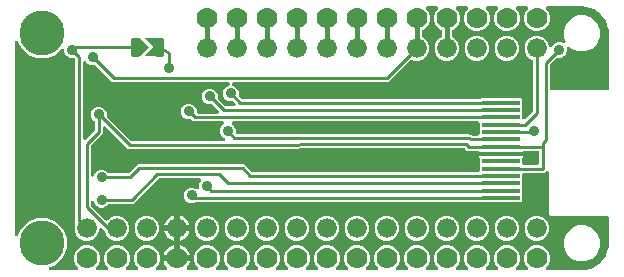
<source format=gbr>
G04 EAGLE Gerber RS-274X export*
G75*
%MOMM*%
%FSLAX34Y34*%
%LPD*%
%INBottom Copper*%
%IPPOS*%
%AMOC8*
5,1,8,0,0,1.08239X$1,22.5*%
G01*
%ADD10R,3.200000X0.350000*%
%ADD11C,3.810000*%
%ADD12C,1.778000*%
%ADD13C,1.676400*%
%ADD14C,0.381000*%
%ADD15C,0.906400*%
%ADD16C,0.254000*%
%ADD17C,0.406400*%

G36*
X54635Y2552D02*
X54635Y2552D01*
X54735Y2554D01*
X54807Y2572D01*
X54881Y2581D01*
X54975Y2614D01*
X55073Y2639D01*
X55139Y2673D01*
X55209Y2698D01*
X55293Y2753D01*
X55383Y2799D01*
X55439Y2847D01*
X55502Y2887D01*
X55572Y2959D01*
X55648Y3024D01*
X55692Y3084D01*
X55744Y3138D01*
X55796Y3224D01*
X55855Y3305D01*
X55885Y3373D01*
X55923Y3437D01*
X55954Y3533D01*
X55993Y3625D01*
X56006Y3698D01*
X56029Y3769D01*
X56037Y3869D01*
X56055Y3968D01*
X56051Y4042D01*
X56057Y4116D01*
X56042Y4216D01*
X56037Y4316D01*
X56016Y4387D01*
X56005Y4461D01*
X55968Y4554D01*
X55941Y4651D01*
X55904Y4716D01*
X55877Y4785D01*
X55819Y4867D01*
X55770Y4955D01*
X55705Y5031D01*
X55678Y5071D01*
X55651Y5095D01*
X55612Y5141D01*
X54240Y6513D01*
X52577Y10527D01*
X52577Y14873D01*
X54240Y18887D01*
X57313Y21960D01*
X61327Y23623D01*
X65673Y23623D01*
X69687Y21960D01*
X72760Y18887D01*
X74423Y14873D01*
X74423Y10527D01*
X72760Y6513D01*
X71388Y5141D01*
X71326Y5062D01*
X71256Y4990D01*
X71218Y4926D01*
X71172Y4868D01*
X71129Y4777D01*
X71077Y4691D01*
X71054Y4620D01*
X71023Y4553D01*
X71001Y4455D01*
X70971Y4359D01*
X70965Y4285D01*
X70949Y4212D01*
X70951Y4112D01*
X70943Y4012D01*
X70954Y3938D01*
X70955Y3864D01*
X70980Y3767D01*
X70995Y3667D01*
X71022Y3598D01*
X71040Y3526D01*
X71086Y3437D01*
X71123Y3343D01*
X71166Y3282D01*
X71200Y3216D01*
X71265Y3140D01*
X71322Y3057D01*
X71377Y3007D01*
X71426Y2951D01*
X71506Y2891D01*
X71581Y2824D01*
X71646Y2788D01*
X71706Y2743D01*
X71798Y2704D01*
X71886Y2655D01*
X71958Y2635D01*
X72026Y2605D01*
X72125Y2588D01*
X72221Y2560D01*
X72321Y2552D01*
X72369Y2544D01*
X72405Y2546D01*
X72465Y2541D01*
X79935Y2541D01*
X80035Y2552D01*
X80135Y2554D01*
X80207Y2572D01*
X80281Y2581D01*
X80375Y2614D01*
X80473Y2639D01*
X80539Y2673D01*
X80609Y2698D01*
X80693Y2753D01*
X80783Y2799D01*
X80839Y2847D01*
X80902Y2887D01*
X80972Y2959D01*
X81048Y3024D01*
X81092Y3084D01*
X81144Y3138D01*
X81196Y3224D01*
X81255Y3305D01*
X81285Y3373D01*
X81323Y3437D01*
X81354Y3533D01*
X81393Y3625D01*
X81406Y3698D01*
X81429Y3769D01*
X81437Y3869D01*
X81455Y3968D01*
X81451Y4042D01*
X81457Y4116D01*
X81442Y4216D01*
X81437Y4316D01*
X81416Y4387D01*
X81405Y4461D01*
X81368Y4554D01*
X81341Y4651D01*
X81304Y4716D01*
X81277Y4785D01*
X81219Y4867D01*
X81170Y4955D01*
X81105Y5031D01*
X81078Y5071D01*
X81051Y5095D01*
X81012Y5141D01*
X79640Y6513D01*
X77977Y10527D01*
X77977Y14873D01*
X79640Y18887D01*
X82713Y21960D01*
X86727Y23623D01*
X91073Y23623D01*
X95087Y21960D01*
X98160Y18887D01*
X99823Y14873D01*
X99823Y10527D01*
X98160Y6513D01*
X96788Y5141D01*
X96726Y5062D01*
X96656Y4990D01*
X96618Y4926D01*
X96572Y4868D01*
X96529Y4777D01*
X96477Y4691D01*
X96454Y4620D01*
X96423Y4553D01*
X96401Y4455D01*
X96371Y4359D01*
X96365Y4285D01*
X96349Y4212D01*
X96351Y4112D01*
X96343Y4012D01*
X96354Y3938D01*
X96355Y3864D01*
X96380Y3767D01*
X96395Y3667D01*
X96422Y3598D01*
X96440Y3526D01*
X96486Y3437D01*
X96523Y3343D01*
X96566Y3282D01*
X96600Y3216D01*
X96665Y3140D01*
X96722Y3057D01*
X96777Y3007D01*
X96826Y2951D01*
X96906Y2891D01*
X96981Y2824D01*
X97046Y2788D01*
X97106Y2743D01*
X97198Y2704D01*
X97286Y2655D01*
X97358Y2635D01*
X97426Y2605D01*
X97525Y2588D01*
X97621Y2560D01*
X97721Y2552D01*
X97769Y2544D01*
X97805Y2546D01*
X97865Y2541D01*
X105335Y2541D01*
X105435Y2552D01*
X105535Y2554D01*
X105607Y2572D01*
X105681Y2581D01*
X105775Y2614D01*
X105873Y2639D01*
X105939Y2673D01*
X106009Y2698D01*
X106093Y2753D01*
X106183Y2799D01*
X106239Y2847D01*
X106302Y2887D01*
X106372Y2959D01*
X106448Y3024D01*
X106492Y3084D01*
X106544Y3138D01*
X106596Y3224D01*
X106655Y3305D01*
X106685Y3373D01*
X106723Y3437D01*
X106754Y3533D01*
X106793Y3625D01*
X106806Y3698D01*
X106829Y3769D01*
X106837Y3869D01*
X106855Y3968D01*
X106851Y4042D01*
X106857Y4116D01*
X106842Y4216D01*
X106837Y4316D01*
X106816Y4387D01*
X106805Y4461D01*
X106768Y4554D01*
X106741Y4651D01*
X106704Y4716D01*
X106677Y4785D01*
X106619Y4867D01*
X106570Y4955D01*
X106505Y5031D01*
X106478Y5071D01*
X106451Y5095D01*
X106412Y5141D01*
X105040Y6513D01*
X103377Y10527D01*
X103377Y14873D01*
X105040Y18887D01*
X108113Y21960D01*
X112127Y23623D01*
X116473Y23623D01*
X120487Y21960D01*
X123560Y18887D01*
X125223Y14873D01*
X125223Y10527D01*
X123560Y6513D01*
X122188Y5141D01*
X122126Y5062D01*
X122056Y4990D01*
X122018Y4926D01*
X121972Y4868D01*
X121929Y4777D01*
X121877Y4691D01*
X121854Y4620D01*
X121823Y4553D01*
X121801Y4455D01*
X121771Y4359D01*
X121765Y4285D01*
X121749Y4212D01*
X121751Y4112D01*
X121743Y4012D01*
X121754Y3938D01*
X121755Y3864D01*
X121780Y3767D01*
X121795Y3667D01*
X121822Y3598D01*
X121840Y3526D01*
X121886Y3437D01*
X121923Y3343D01*
X121966Y3282D01*
X122000Y3216D01*
X122065Y3140D01*
X122122Y3057D01*
X122177Y3007D01*
X122226Y2951D01*
X122306Y2891D01*
X122381Y2824D01*
X122446Y2788D01*
X122506Y2743D01*
X122598Y2704D01*
X122686Y2655D01*
X122758Y2635D01*
X122826Y2605D01*
X122925Y2588D01*
X123021Y2560D01*
X123121Y2552D01*
X123169Y2544D01*
X123205Y2546D01*
X123265Y2541D01*
X130016Y2541D01*
X130116Y2552D01*
X130217Y2554D01*
X130289Y2572D01*
X130363Y2581D01*
X130457Y2615D01*
X130555Y2639D01*
X130621Y2673D01*
X130691Y2698D01*
X130775Y2753D01*
X130864Y2799D01*
X130921Y2847D01*
X130983Y2887D01*
X131053Y2959D01*
X131130Y3025D01*
X131174Y3084D01*
X131226Y3138D01*
X131277Y3224D01*
X131337Y3305D01*
X131366Y3373D01*
X131405Y3437D01*
X131435Y3533D01*
X131475Y3625D01*
X131488Y3698D01*
X131511Y3769D01*
X131519Y3869D01*
X131537Y3968D01*
X131533Y4042D01*
X131539Y4116D01*
X131524Y4215D01*
X131519Y4316D01*
X131498Y4387D01*
X131487Y4461D01*
X131450Y4554D01*
X131422Y4651D01*
X131386Y4716D01*
X131358Y4785D01*
X131301Y4867D01*
X131252Y4955D01*
X131187Y5031D01*
X131159Y5071D01*
X131133Y5095D01*
X131093Y5141D01*
X130981Y5253D01*
X129924Y6709D01*
X129107Y8312D01*
X128551Y10023D01*
X128523Y10201D01*
X138724Y10201D01*
X138750Y10204D01*
X138776Y10202D01*
X138923Y10224D01*
X139070Y10241D01*
X139095Y10249D01*
X139121Y10253D01*
X139258Y10308D01*
X139398Y10358D01*
X139420Y10372D01*
X139445Y10382D01*
X139566Y10467D01*
X139691Y10547D01*
X139703Y10560D01*
X139750Y10515D01*
X139773Y10501D01*
X139792Y10484D01*
X139922Y10412D01*
X140049Y10336D01*
X140074Y10328D01*
X140097Y10315D01*
X140240Y10275D01*
X140381Y10230D01*
X140407Y10227D01*
X140432Y10220D01*
X140676Y10201D01*
X150877Y10201D01*
X150849Y10023D01*
X150293Y8312D01*
X149476Y6709D01*
X148419Y5253D01*
X148307Y5141D01*
X148244Y5063D01*
X148174Y4990D01*
X148136Y4926D01*
X148090Y4868D01*
X148047Y4777D01*
X147995Y4691D01*
X147973Y4620D01*
X147941Y4553D01*
X147920Y4455D01*
X147889Y4359D01*
X147883Y4285D01*
X147868Y4212D01*
X147869Y4112D01*
X147861Y4012D01*
X147872Y3938D01*
X147874Y3864D01*
X147898Y3767D01*
X147913Y3667D01*
X147940Y3598D01*
X147959Y3526D01*
X148005Y3437D01*
X148042Y3343D01*
X148084Y3282D01*
X148118Y3216D01*
X148183Y3140D01*
X148241Y3057D01*
X148296Y3007D01*
X148344Y2951D01*
X148425Y2891D01*
X148499Y2824D01*
X148564Y2788D01*
X148624Y2744D01*
X148716Y2704D01*
X148804Y2655D01*
X148876Y2635D01*
X148944Y2605D01*
X149043Y2588D01*
X149140Y2560D01*
X149240Y2552D01*
X149287Y2544D01*
X149323Y2546D01*
X149384Y2541D01*
X156135Y2541D01*
X156235Y2552D01*
X156335Y2554D01*
X156407Y2572D01*
X156481Y2581D01*
X156575Y2614D01*
X156673Y2639D01*
X156739Y2673D01*
X156809Y2698D01*
X156893Y2753D01*
X156983Y2799D01*
X157039Y2847D01*
X157102Y2887D01*
X157172Y2959D01*
X157248Y3024D01*
X157292Y3084D01*
X157344Y3138D01*
X157396Y3224D01*
X157455Y3305D01*
X157485Y3373D01*
X157523Y3437D01*
X157554Y3533D01*
X157593Y3625D01*
X157606Y3698D01*
X157629Y3769D01*
X157637Y3869D01*
X157655Y3968D01*
X157651Y4042D01*
X157657Y4116D01*
X157642Y4216D01*
X157637Y4316D01*
X157616Y4387D01*
X157605Y4461D01*
X157568Y4554D01*
X157541Y4651D01*
X157504Y4716D01*
X157477Y4785D01*
X157419Y4867D01*
X157370Y4955D01*
X157305Y5031D01*
X157278Y5071D01*
X157251Y5095D01*
X157212Y5141D01*
X155840Y6513D01*
X154177Y10527D01*
X154177Y14873D01*
X155840Y18887D01*
X158913Y21960D01*
X162927Y23623D01*
X167273Y23623D01*
X171287Y21960D01*
X174360Y18887D01*
X176023Y14873D01*
X176023Y10527D01*
X174360Y6513D01*
X172988Y5141D01*
X172926Y5062D01*
X172856Y4990D01*
X172818Y4926D01*
X172772Y4868D01*
X172729Y4777D01*
X172677Y4691D01*
X172654Y4620D01*
X172623Y4553D01*
X172601Y4455D01*
X172571Y4359D01*
X172565Y4285D01*
X172549Y4212D01*
X172551Y4112D01*
X172543Y4012D01*
X172554Y3938D01*
X172555Y3864D01*
X172580Y3767D01*
X172595Y3667D01*
X172622Y3598D01*
X172640Y3526D01*
X172686Y3437D01*
X172723Y3343D01*
X172766Y3282D01*
X172800Y3216D01*
X172865Y3140D01*
X172922Y3057D01*
X172977Y3007D01*
X173026Y2951D01*
X173106Y2891D01*
X173181Y2824D01*
X173246Y2788D01*
X173306Y2743D01*
X173398Y2704D01*
X173486Y2655D01*
X173558Y2635D01*
X173626Y2605D01*
X173725Y2588D01*
X173821Y2560D01*
X173921Y2552D01*
X173969Y2544D01*
X174005Y2546D01*
X174065Y2541D01*
X181535Y2541D01*
X181635Y2552D01*
X181735Y2554D01*
X181807Y2572D01*
X181881Y2581D01*
X181975Y2614D01*
X182073Y2639D01*
X182139Y2673D01*
X182209Y2698D01*
X182293Y2753D01*
X182383Y2799D01*
X182439Y2847D01*
X182502Y2887D01*
X182572Y2959D01*
X182648Y3024D01*
X182692Y3084D01*
X182744Y3138D01*
X182796Y3224D01*
X182855Y3305D01*
X182885Y3373D01*
X182923Y3437D01*
X182954Y3533D01*
X182993Y3625D01*
X183006Y3698D01*
X183029Y3769D01*
X183037Y3869D01*
X183055Y3968D01*
X183051Y4042D01*
X183057Y4116D01*
X183042Y4216D01*
X183037Y4316D01*
X183016Y4387D01*
X183005Y4461D01*
X182968Y4554D01*
X182941Y4651D01*
X182904Y4716D01*
X182877Y4785D01*
X182819Y4867D01*
X182770Y4955D01*
X182705Y5031D01*
X182678Y5071D01*
X182651Y5095D01*
X182612Y5141D01*
X181240Y6513D01*
X179577Y10527D01*
X179577Y14873D01*
X181240Y18887D01*
X184313Y21960D01*
X188327Y23623D01*
X192673Y23623D01*
X196687Y21960D01*
X199760Y18887D01*
X201423Y14873D01*
X201423Y10527D01*
X199760Y6513D01*
X198388Y5141D01*
X198326Y5062D01*
X198256Y4990D01*
X198218Y4926D01*
X198172Y4868D01*
X198129Y4777D01*
X198077Y4691D01*
X198054Y4620D01*
X198023Y4553D01*
X198001Y4455D01*
X197971Y4359D01*
X197965Y4285D01*
X197949Y4212D01*
X197951Y4112D01*
X197943Y4012D01*
X197954Y3938D01*
X197955Y3864D01*
X197980Y3767D01*
X197995Y3667D01*
X198022Y3598D01*
X198040Y3526D01*
X198086Y3437D01*
X198123Y3343D01*
X198166Y3282D01*
X198200Y3216D01*
X198265Y3140D01*
X198322Y3057D01*
X198377Y3007D01*
X198426Y2951D01*
X198506Y2891D01*
X198581Y2824D01*
X198646Y2788D01*
X198706Y2743D01*
X198798Y2704D01*
X198886Y2655D01*
X198958Y2635D01*
X199026Y2605D01*
X199125Y2588D01*
X199221Y2560D01*
X199321Y2552D01*
X199369Y2544D01*
X199405Y2546D01*
X199465Y2541D01*
X206935Y2541D01*
X207035Y2552D01*
X207135Y2554D01*
X207207Y2572D01*
X207281Y2581D01*
X207375Y2614D01*
X207473Y2639D01*
X207539Y2673D01*
X207609Y2698D01*
X207693Y2753D01*
X207783Y2799D01*
X207839Y2847D01*
X207902Y2887D01*
X207972Y2959D01*
X208048Y3024D01*
X208092Y3084D01*
X208144Y3138D01*
X208196Y3224D01*
X208255Y3305D01*
X208285Y3373D01*
X208323Y3437D01*
X208354Y3533D01*
X208393Y3625D01*
X208406Y3698D01*
X208429Y3769D01*
X208437Y3869D01*
X208455Y3968D01*
X208451Y4042D01*
X208457Y4116D01*
X208442Y4216D01*
X208437Y4316D01*
X208416Y4387D01*
X208405Y4461D01*
X208368Y4554D01*
X208341Y4651D01*
X208304Y4716D01*
X208277Y4785D01*
X208219Y4867D01*
X208170Y4955D01*
X208105Y5031D01*
X208078Y5071D01*
X208051Y5095D01*
X208012Y5141D01*
X206640Y6513D01*
X204977Y10527D01*
X204977Y14873D01*
X206640Y18887D01*
X209713Y21960D01*
X213727Y23623D01*
X218073Y23623D01*
X222087Y21960D01*
X225160Y18887D01*
X226823Y14873D01*
X226823Y10527D01*
X225160Y6513D01*
X223788Y5141D01*
X223726Y5062D01*
X223656Y4990D01*
X223618Y4926D01*
X223572Y4868D01*
X223529Y4777D01*
X223477Y4691D01*
X223454Y4620D01*
X223423Y4553D01*
X223401Y4455D01*
X223371Y4359D01*
X223365Y4285D01*
X223349Y4212D01*
X223351Y4112D01*
X223343Y4012D01*
X223354Y3938D01*
X223355Y3864D01*
X223380Y3767D01*
X223395Y3667D01*
X223422Y3598D01*
X223440Y3526D01*
X223486Y3437D01*
X223523Y3343D01*
X223566Y3282D01*
X223600Y3216D01*
X223665Y3140D01*
X223722Y3057D01*
X223777Y3007D01*
X223826Y2951D01*
X223906Y2891D01*
X223981Y2824D01*
X224046Y2788D01*
X224106Y2743D01*
X224198Y2704D01*
X224286Y2655D01*
X224358Y2635D01*
X224426Y2605D01*
X224525Y2588D01*
X224621Y2560D01*
X224721Y2552D01*
X224769Y2544D01*
X224805Y2546D01*
X224865Y2541D01*
X232335Y2541D01*
X232435Y2552D01*
X232535Y2554D01*
X232607Y2572D01*
X232681Y2581D01*
X232775Y2614D01*
X232873Y2639D01*
X232939Y2673D01*
X233009Y2698D01*
X233093Y2753D01*
X233183Y2799D01*
X233239Y2847D01*
X233302Y2887D01*
X233372Y2959D01*
X233448Y3024D01*
X233492Y3084D01*
X233544Y3138D01*
X233596Y3224D01*
X233655Y3305D01*
X233685Y3373D01*
X233723Y3437D01*
X233754Y3533D01*
X233793Y3625D01*
X233806Y3698D01*
X233829Y3769D01*
X233837Y3869D01*
X233855Y3968D01*
X233851Y4042D01*
X233857Y4116D01*
X233842Y4216D01*
X233837Y4316D01*
X233816Y4387D01*
X233805Y4461D01*
X233768Y4554D01*
X233741Y4651D01*
X233704Y4716D01*
X233677Y4785D01*
X233619Y4867D01*
X233570Y4955D01*
X233505Y5031D01*
X233478Y5071D01*
X233451Y5095D01*
X233412Y5141D01*
X232040Y6513D01*
X230377Y10527D01*
X230377Y14873D01*
X232040Y18887D01*
X235113Y21960D01*
X239127Y23623D01*
X243473Y23623D01*
X247487Y21960D01*
X250560Y18887D01*
X252223Y14873D01*
X252223Y10527D01*
X250560Y6513D01*
X249188Y5141D01*
X249126Y5062D01*
X249056Y4990D01*
X249018Y4926D01*
X248972Y4868D01*
X248929Y4777D01*
X248877Y4691D01*
X248854Y4620D01*
X248823Y4553D01*
X248801Y4455D01*
X248771Y4359D01*
X248765Y4285D01*
X248749Y4212D01*
X248751Y4112D01*
X248743Y4012D01*
X248754Y3938D01*
X248755Y3864D01*
X248780Y3767D01*
X248795Y3667D01*
X248822Y3598D01*
X248840Y3526D01*
X248886Y3437D01*
X248923Y3343D01*
X248966Y3282D01*
X249000Y3216D01*
X249065Y3140D01*
X249122Y3057D01*
X249177Y3007D01*
X249226Y2951D01*
X249306Y2891D01*
X249381Y2824D01*
X249446Y2788D01*
X249506Y2743D01*
X249598Y2704D01*
X249686Y2655D01*
X249758Y2635D01*
X249826Y2605D01*
X249925Y2588D01*
X250021Y2560D01*
X250121Y2552D01*
X250169Y2544D01*
X250205Y2546D01*
X250265Y2541D01*
X257735Y2541D01*
X257835Y2552D01*
X257935Y2554D01*
X258007Y2572D01*
X258081Y2581D01*
X258175Y2614D01*
X258273Y2639D01*
X258339Y2673D01*
X258409Y2698D01*
X258493Y2753D01*
X258583Y2799D01*
X258639Y2847D01*
X258702Y2887D01*
X258772Y2959D01*
X258848Y3024D01*
X258892Y3084D01*
X258944Y3138D01*
X258996Y3224D01*
X259055Y3305D01*
X259085Y3373D01*
X259123Y3437D01*
X259154Y3533D01*
X259193Y3625D01*
X259206Y3698D01*
X259229Y3769D01*
X259237Y3869D01*
X259255Y3968D01*
X259251Y4042D01*
X259257Y4116D01*
X259242Y4216D01*
X259237Y4316D01*
X259216Y4387D01*
X259205Y4461D01*
X259168Y4554D01*
X259141Y4651D01*
X259104Y4716D01*
X259077Y4785D01*
X259019Y4867D01*
X258970Y4955D01*
X258905Y5031D01*
X258878Y5071D01*
X258851Y5095D01*
X258812Y5141D01*
X257440Y6513D01*
X255777Y10527D01*
X255777Y14873D01*
X257440Y18887D01*
X260513Y21960D01*
X264527Y23623D01*
X268873Y23623D01*
X272887Y21960D01*
X275960Y18887D01*
X277623Y14873D01*
X277623Y10527D01*
X275960Y6513D01*
X274588Y5141D01*
X274526Y5062D01*
X274456Y4990D01*
X274418Y4926D01*
X274372Y4868D01*
X274329Y4777D01*
X274277Y4691D01*
X274254Y4620D01*
X274223Y4553D01*
X274201Y4455D01*
X274171Y4359D01*
X274165Y4285D01*
X274149Y4212D01*
X274151Y4112D01*
X274143Y4012D01*
X274154Y3938D01*
X274155Y3864D01*
X274180Y3767D01*
X274195Y3667D01*
X274222Y3598D01*
X274240Y3526D01*
X274286Y3437D01*
X274323Y3343D01*
X274366Y3282D01*
X274400Y3216D01*
X274465Y3140D01*
X274522Y3057D01*
X274577Y3007D01*
X274626Y2951D01*
X274706Y2891D01*
X274781Y2824D01*
X274846Y2788D01*
X274906Y2743D01*
X274998Y2704D01*
X275086Y2655D01*
X275158Y2635D01*
X275226Y2605D01*
X275325Y2588D01*
X275421Y2560D01*
X275521Y2552D01*
X275569Y2544D01*
X275605Y2546D01*
X275665Y2541D01*
X283135Y2541D01*
X283235Y2552D01*
X283335Y2554D01*
X283407Y2572D01*
X283481Y2581D01*
X283575Y2614D01*
X283673Y2639D01*
X283739Y2673D01*
X283809Y2698D01*
X283893Y2753D01*
X283983Y2799D01*
X284039Y2847D01*
X284102Y2887D01*
X284172Y2959D01*
X284248Y3024D01*
X284292Y3084D01*
X284344Y3138D01*
X284396Y3224D01*
X284455Y3305D01*
X284485Y3373D01*
X284523Y3437D01*
X284554Y3533D01*
X284593Y3625D01*
X284606Y3698D01*
X284629Y3769D01*
X284637Y3869D01*
X284655Y3968D01*
X284651Y4042D01*
X284657Y4116D01*
X284642Y4216D01*
X284637Y4316D01*
X284616Y4387D01*
X284605Y4461D01*
X284568Y4554D01*
X284541Y4651D01*
X284504Y4716D01*
X284477Y4785D01*
X284419Y4867D01*
X284370Y4955D01*
X284305Y5031D01*
X284278Y5071D01*
X284251Y5095D01*
X284212Y5141D01*
X282840Y6513D01*
X281177Y10527D01*
X281177Y14873D01*
X282840Y18887D01*
X285913Y21960D01*
X289927Y23623D01*
X294273Y23623D01*
X298287Y21960D01*
X301360Y18887D01*
X303023Y14873D01*
X303023Y10527D01*
X301360Y6513D01*
X299988Y5141D01*
X299926Y5062D01*
X299856Y4990D01*
X299818Y4926D01*
X299772Y4868D01*
X299729Y4777D01*
X299677Y4691D01*
X299654Y4620D01*
X299623Y4553D01*
X299601Y4455D01*
X299571Y4359D01*
X299565Y4285D01*
X299549Y4212D01*
X299551Y4112D01*
X299543Y4012D01*
X299554Y3938D01*
X299555Y3864D01*
X299580Y3767D01*
X299595Y3667D01*
X299622Y3598D01*
X299640Y3526D01*
X299686Y3437D01*
X299723Y3343D01*
X299766Y3282D01*
X299800Y3216D01*
X299865Y3140D01*
X299922Y3057D01*
X299977Y3007D01*
X300026Y2951D01*
X300106Y2891D01*
X300181Y2824D01*
X300246Y2788D01*
X300306Y2743D01*
X300398Y2704D01*
X300486Y2655D01*
X300558Y2635D01*
X300626Y2605D01*
X300725Y2588D01*
X300821Y2560D01*
X300921Y2552D01*
X300969Y2544D01*
X301005Y2546D01*
X301065Y2541D01*
X308535Y2541D01*
X308635Y2552D01*
X308735Y2554D01*
X308807Y2572D01*
X308881Y2581D01*
X308975Y2614D01*
X309073Y2639D01*
X309139Y2673D01*
X309209Y2698D01*
X309293Y2753D01*
X309383Y2799D01*
X309439Y2847D01*
X309502Y2887D01*
X309572Y2959D01*
X309648Y3024D01*
X309692Y3084D01*
X309744Y3138D01*
X309796Y3224D01*
X309855Y3305D01*
X309885Y3373D01*
X309923Y3437D01*
X309954Y3533D01*
X309993Y3625D01*
X310006Y3698D01*
X310029Y3769D01*
X310037Y3869D01*
X310055Y3968D01*
X310051Y4042D01*
X310057Y4116D01*
X310042Y4216D01*
X310037Y4316D01*
X310016Y4387D01*
X310005Y4461D01*
X309968Y4554D01*
X309941Y4651D01*
X309904Y4716D01*
X309877Y4785D01*
X309819Y4867D01*
X309770Y4955D01*
X309705Y5031D01*
X309678Y5071D01*
X309651Y5095D01*
X309612Y5141D01*
X308240Y6513D01*
X306577Y10527D01*
X306577Y14873D01*
X308240Y18887D01*
X311313Y21960D01*
X315327Y23623D01*
X319673Y23623D01*
X323687Y21960D01*
X326760Y18887D01*
X328423Y14873D01*
X328423Y10527D01*
X326760Y6513D01*
X325388Y5141D01*
X325326Y5062D01*
X325256Y4990D01*
X325218Y4926D01*
X325172Y4868D01*
X325129Y4777D01*
X325077Y4691D01*
X325054Y4620D01*
X325023Y4553D01*
X325001Y4455D01*
X324971Y4359D01*
X324965Y4285D01*
X324949Y4212D01*
X324951Y4112D01*
X324943Y4012D01*
X324954Y3938D01*
X324955Y3864D01*
X324980Y3767D01*
X324995Y3667D01*
X325022Y3598D01*
X325040Y3526D01*
X325086Y3437D01*
X325123Y3343D01*
X325166Y3282D01*
X325200Y3216D01*
X325265Y3140D01*
X325322Y3057D01*
X325377Y3007D01*
X325426Y2951D01*
X325506Y2891D01*
X325581Y2824D01*
X325646Y2788D01*
X325706Y2743D01*
X325798Y2704D01*
X325886Y2655D01*
X325958Y2635D01*
X326026Y2605D01*
X326125Y2588D01*
X326221Y2560D01*
X326321Y2552D01*
X326369Y2544D01*
X326405Y2546D01*
X326465Y2541D01*
X333935Y2541D01*
X334035Y2552D01*
X334135Y2554D01*
X334207Y2572D01*
X334281Y2581D01*
X334375Y2614D01*
X334473Y2639D01*
X334539Y2673D01*
X334609Y2698D01*
X334693Y2753D01*
X334783Y2799D01*
X334839Y2847D01*
X334902Y2887D01*
X334972Y2959D01*
X335048Y3024D01*
X335092Y3084D01*
X335144Y3138D01*
X335196Y3224D01*
X335255Y3305D01*
X335285Y3373D01*
X335323Y3437D01*
X335354Y3533D01*
X335393Y3625D01*
X335406Y3698D01*
X335429Y3769D01*
X335437Y3869D01*
X335455Y3968D01*
X335451Y4042D01*
X335457Y4116D01*
X335442Y4216D01*
X335437Y4316D01*
X335416Y4387D01*
X335405Y4461D01*
X335368Y4554D01*
X335341Y4651D01*
X335304Y4716D01*
X335277Y4785D01*
X335219Y4867D01*
X335170Y4955D01*
X335105Y5031D01*
X335078Y5071D01*
X335051Y5095D01*
X335012Y5141D01*
X333640Y6513D01*
X331977Y10527D01*
X331977Y14873D01*
X333640Y18887D01*
X336713Y21960D01*
X340727Y23623D01*
X345073Y23623D01*
X349087Y21960D01*
X352160Y18887D01*
X353823Y14873D01*
X353823Y10527D01*
X352160Y6513D01*
X350788Y5141D01*
X350726Y5062D01*
X350656Y4990D01*
X350618Y4926D01*
X350572Y4868D01*
X350529Y4777D01*
X350477Y4691D01*
X350454Y4620D01*
X350423Y4553D01*
X350401Y4455D01*
X350371Y4359D01*
X350365Y4285D01*
X350349Y4212D01*
X350351Y4112D01*
X350343Y4012D01*
X350354Y3938D01*
X350355Y3864D01*
X350380Y3767D01*
X350395Y3667D01*
X350422Y3598D01*
X350440Y3526D01*
X350486Y3437D01*
X350523Y3343D01*
X350566Y3282D01*
X350600Y3216D01*
X350665Y3140D01*
X350722Y3057D01*
X350777Y3007D01*
X350826Y2951D01*
X350906Y2891D01*
X350981Y2824D01*
X351046Y2788D01*
X351106Y2743D01*
X351198Y2704D01*
X351286Y2655D01*
X351358Y2635D01*
X351426Y2605D01*
X351525Y2588D01*
X351621Y2560D01*
X351721Y2552D01*
X351769Y2544D01*
X351805Y2546D01*
X351865Y2541D01*
X359335Y2541D01*
X359435Y2552D01*
X359535Y2554D01*
X359607Y2572D01*
X359681Y2581D01*
X359775Y2614D01*
X359873Y2639D01*
X359939Y2673D01*
X360009Y2698D01*
X360093Y2753D01*
X360183Y2799D01*
X360239Y2847D01*
X360302Y2887D01*
X360372Y2959D01*
X360448Y3024D01*
X360492Y3084D01*
X360544Y3138D01*
X360596Y3224D01*
X360655Y3305D01*
X360685Y3373D01*
X360723Y3437D01*
X360754Y3533D01*
X360793Y3625D01*
X360806Y3698D01*
X360829Y3769D01*
X360837Y3869D01*
X360855Y3968D01*
X360851Y4042D01*
X360857Y4116D01*
X360842Y4216D01*
X360837Y4316D01*
X360816Y4387D01*
X360805Y4461D01*
X360768Y4554D01*
X360741Y4651D01*
X360704Y4716D01*
X360677Y4785D01*
X360619Y4867D01*
X360570Y4955D01*
X360505Y5031D01*
X360478Y5071D01*
X360451Y5095D01*
X360412Y5141D01*
X359040Y6513D01*
X357377Y10527D01*
X357377Y14873D01*
X359040Y18887D01*
X362113Y21960D01*
X366127Y23623D01*
X370473Y23623D01*
X374487Y21960D01*
X377560Y18887D01*
X379223Y14873D01*
X379223Y10527D01*
X377560Y6513D01*
X376188Y5141D01*
X376126Y5062D01*
X376056Y4990D01*
X376018Y4926D01*
X375972Y4868D01*
X375929Y4777D01*
X375877Y4691D01*
X375854Y4620D01*
X375823Y4553D01*
X375801Y4455D01*
X375771Y4359D01*
X375765Y4285D01*
X375749Y4212D01*
X375751Y4112D01*
X375743Y4012D01*
X375754Y3938D01*
X375755Y3864D01*
X375780Y3767D01*
X375795Y3667D01*
X375822Y3598D01*
X375840Y3526D01*
X375886Y3437D01*
X375923Y3343D01*
X375966Y3282D01*
X376000Y3216D01*
X376065Y3140D01*
X376122Y3057D01*
X376177Y3007D01*
X376226Y2951D01*
X376306Y2891D01*
X376381Y2824D01*
X376446Y2788D01*
X376506Y2743D01*
X376598Y2704D01*
X376686Y2655D01*
X376758Y2635D01*
X376826Y2605D01*
X376925Y2588D01*
X377021Y2560D01*
X377121Y2552D01*
X377169Y2544D01*
X377205Y2546D01*
X377265Y2541D01*
X384735Y2541D01*
X384835Y2552D01*
X384935Y2554D01*
X385007Y2572D01*
X385081Y2581D01*
X385175Y2614D01*
X385273Y2639D01*
X385339Y2673D01*
X385409Y2698D01*
X385493Y2753D01*
X385583Y2799D01*
X385639Y2847D01*
X385702Y2887D01*
X385772Y2959D01*
X385848Y3024D01*
X385892Y3084D01*
X385944Y3138D01*
X385996Y3224D01*
X386055Y3305D01*
X386085Y3373D01*
X386123Y3437D01*
X386154Y3533D01*
X386193Y3625D01*
X386206Y3698D01*
X386229Y3769D01*
X386237Y3869D01*
X386255Y3968D01*
X386251Y4042D01*
X386257Y4116D01*
X386242Y4216D01*
X386237Y4316D01*
X386216Y4387D01*
X386205Y4461D01*
X386168Y4554D01*
X386141Y4651D01*
X386104Y4716D01*
X386077Y4785D01*
X386019Y4867D01*
X385970Y4955D01*
X385905Y5031D01*
X385878Y5071D01*
X385851Y5095D01*
X385812Y5141D01*
X384440Y6513D01*
X382777Y10527D01*
X382777Y14873D01*
X384440Y18887D01*
X387513Y21960D01*
X391527Y23623D01*
X395873Y23623D01*
X399887Y21960D01*
X402960Y18887D01*
X404623Y14873D01*
X404623Y10527D01*
X402960Y6513D01*
X401588Y5141D01*
X401526Y5062D01*
X401456Y4990D01*
X401418Y4926D01*
X401372Y4868D01*
X401329Y4777D01*
X401277Y4691D01*
X401254Y4620D01*
X401223Y4553D01*
X401201Y4455D01*
X401171Y4359D01*
X401165Y4285D01*
X401149Y4212D01*
X401151Y4112D01*
X401143Y4012D01*
X401154Y3938D01*
X401155Y3864D01*
X401180Y3767D01*
X401195Y3667D01*
X401222Y3598D01*
X401240Y3526D01*
X401286Y3437D01*
X401323Y3343D01*
X401366Y3282D01*
X401400Y3216D01*
X401465Y3140D01*
X401522Y3057D01*
X401577Y3007D01*
X401626Y2951D01*
X401706Y2891D01*
X401781Y2824D01*
X401846Y2788D01*
X401906Y2743D01*
X401998Y2704D01*
X402086Y2655D01*
X402158Y2635D01*
X402226Y2605D01*
X402325Y2588D01*
X402421Y2560D01*
X402521Y2552D01*
X402569Y2544D01*
X402605Y2546D01*
X402665Y2541D01*
X410135Y2541D01*
X410235Y2552D01*
X410335Y2554D01*
X410407Y2572D01*
X410481Y2581D01*
X410575Y2614D01*
X410673Y2639D01*
X410739Y2673D01*
X410809Y2698D01*
X410893Y2753D01*
X410983Y2799D01*
X411039Y2847D01*
X411102Y2887D01*
X411172Y2959D01*
X411248Y3024D01*
X411292Y3084D01*
X411344Y3138D01*
X411396Y3224D01*
X411455Y3305D01*
X411485Y3373D01*
X411523Y3437D01*
X411554Y3533D01*
X411593Y3625D01*
X411606Y3698D01*
X411629Y3769D01*
X411637Y3869D01*
X411655Y3968D01*
X411651Y4042D01*
X411657Y4116D01*
X411642Y4216D01*
X411637Y4316D01*
X411616Y4387D01*
X411605Y4461D01*
X411568Y4554D01*
X411541Y4651D01*
X411504Y4716D01*
X411477Y4785D01*
X411419Y4867D01*
X411370Y4955D01*
X411305Y5031D01*
X411278Y5071D01*
X411251Y5095D01*
X411212Y5141D01*
X409840Y6513D01*
X408177Y10527D01*
X408177Y14873D01*
X409840Y18887D01*
X412913Y21960D01*
X416927Y23623D01*
X421273Y23623D01*
X425287Y21960D01*
X428360Y18887D01*
X430023Y14873D01*
X430023Y10527D01*
X428360Y6513D01*
X426988Y5141D01*
X426926Y5062D01*
X426856Y4990D01*
X426818Y4926D01*
X426772Y4868D01*
X426729Y4777D01*
X426677Y4691D01*
X426654Y4620D01*
X426623Y4553D01*
X426601Y4455D01*
X426571Y4359D01*
X426565Y4285D01*
X426549Y4212D01*
X426551Y4112D01*
X426543Y4012D01*
X426554Y3938D01*
X426555Y3864D01*
X426580Y3767D01*
X426595Y3667D01*
X426622Y3598D01*
X426640Y3526D01*
X426686Y3437D01*
X426723Y3343D01*
X426766Y3282D01*
X426800Y3216D01*
X426865Y3140D01*
X426922Y3057D01*
X426977Y3007D01*
X427026Y2951D01*
X427106Y2891D01*
X427181Y2824D01*
X427246Y2788D01*
X427306Y2743D01*
X427398Y2704D01*
X427486Y2655D01*
X427558Y2635D01*
X427626Y2605D01*
X427725Y2588D01*
X427821Y2560D01*
X427921Y2552D01*
X427969Y2544D01*
X428005Y2546D01*
X428065Y2541D01*
X435535Y2541D01*
X435635Y2552D01*
X435735Y2554D01*
X435807Y2572D01*
X435881Y2581D01*
X435975Y2614D01*
X436073Y2639D01*
X436139Y2673D01*
X436209Y2698D01*
X436293Y2753D01*
X436383Y2799D01*
X436439Y2847D01*
X436502Y2887D01*
X436572Y2959D01*
X436648Y3024D01*
X436692Y3084D01*
X436744Y3138D01*
X436796Y3224D01*
X436855Y3305D01*
X436885Y3373D01*
X436923Y3437D01*
X436954Y3533D01*
X436993Y3625D01*
X437006Y3698D01*
X437029Y3769D01*
X437037Y3869D01*
X437055Y3968D01*
X437051Y4042D01*
X437057Y4116D01*
X437042Y4216D01*
X437037Y4316D01*
X437016Y4387D01*
X437005Y4461D01*
X436968Y4554D01*
X436941Y4651D01*
X436904Y4716D01*
X436877Y4785D01*
X436819Y4867D01*
X436770Y4955D01*
X436705Y5031D01*
X436678Y5071D01*
X436651Y5095D01*
X436612Y5141D01*
X435240Y6513D01*
X433577Y10527D01*
X433577Y14873D01*
X435240Y18887D01*
X438313Y21960D01*
X442327Y23623D01*
X446673Y23623D01*
X450687Y21960D01*
X453760Y18887D01*
X455423Y14873D01*
X455423Y10527D01*
X453760Y6513D01*
X452388Y5141D01*
X452326Y5062D01*
X452256Y4990D01*
X452218Y4926D01*
X452172Y4868D01*
X452129Y4777D01*
X452077Y4691D01*
X452054Y4620D01*
X452023Y4553D01*
X452001Y4455D01*
X451971Y4359D01*
X451965Y4285D01*
X451949Y4212D01*
X451951Y4112D01*
X451943Y4012D01*
X451954Y3938D01*
X451955Y3864D01*
X451980Y3767D01*
X451995Y3667D01*
X452022Y3598D01*
X452040Y3526D01*
X452086Y3437D01*
X452123Y3343D01*
X452166Y3282D01*
X452200Y3216D01*
X452265Y3140D01*
X452322Y3057D01*
X452377Y3007D01*
X452426Y2951D01*
X452506Y2891D01*
X452581Y2824D01*
X452646Y2788D01*
X452706Y2743D01*
X452798Y2704D01*
X452886Y2655D01*
X452958Y2635D01*
X453026Y2605D01*
X453125Y2588D01*
X453221Y2560D01*
X453321Y2552D01*
X453369Y2544D01*
X453405Y2546D01*
X453465Y2541D01*
X482600Y2541D01*
X482642Y2546D01*
X482720Y2545D01*
X486057Y2808D01*
X486113Y2819D01*
X486170Y2821D01*
X486381Y2871D01*
X486399Y2875D01*
X486403Y2877D01*
X486408Y2878D01*
X492757Y4941D01*
X492863Y4989D01*
X492973Y5030D01*
X493037Y5069D01*
X493074Y5086D01*
X493109Y5113D01*
X493182Y5157D01*
X498582Y9081D01*
X498668Y9160D01*
X498760Y9232D01*
X498809Y9289D01*
X498839Y9317D01*
X498864Y9353D01*
X498919Y9418D01*
X502843Y14818D01*
X502900Y14920D01*
X502965Y15017D01*
X502994Y15086D01*
X503014Y15122D01*
X503027Y15165D01*
X503059Y15243D01*
X505122Y21592D01*
X505133Y21648D01*
X505153Y21701D01*
X505187Y21915D01*
X505191Y21933D01*
X505191Y21937D01*
X505192Y21943D01*
X505455Y25280D01*
X505453Y25323D01*
X505459Y25400D01*
X505459Y46736D01*
X505457Y46753D01*
X505458Y46767D01*
X505457Y46775D01*
X505458Y46788D01*
X505436Y46935D01*
X505419Y47082D01*
X505411Y47107D01*
X505407Y47133D01*
X505352Y47271D01*
X505302Y47410D01*
X505288Y47432D01*
X505278Y47457D01*
X505193Y47578D01*
X505113Y47703D01*
X505094Y47721D01*
X505079Y47743D01*
X504969Y47842D01*
X504862Y47945D01*
X504840Y47959D01*
X504820Y47976D01*
X504690Y48048D01*
X504563Y48124D01*
X504538Y48132D01*
X504515Y48145D01*
X504372Y48185D01*
X504231Y48230D01*
X504205Y48232D01*
X504180Y48240D01*
X503936Y48259D01*
X456148Y48259D01*
X454659Y49748D01*
X454659Y85371D01*
X454648Y85471D01*
X454646Y85571D01*
X454628Y85643D01*
X454619Y85717D01*
X454586Y85812D01*
X454561Y85909D01*
X454527Y85975D01*
X454502Y86045D01*
X454447Y86130D01*
X454401Y86219D01*
X454353Y86276D01*
X454313Y86338D01*
X454241Y86408D01*
X454176Y86484D01*
X454116Y86529D01*
X454062Y86580D01*
X453976Y86632D01*
X453895Y86692D01*
X453827Y86721D01*
X453763Y86759D01*
X453667Y86790D01*
X453575Y86830D01*
X453502Y86843D01*
X453431Y86865D01*
X453331Y86874D01*
X453232Y86891D01*
X453158Y86887D01*
X453084Y86893D01*
X452984Y86879D01*
X452884Y86873D01*
X452813Y86853D01*
X452739Y86842D01*
X452646Y86805D01*
X452549Y86777D01*
X452484Y86740D01*
X452415Y86713D01*
X452333Y86656D01*
X452245Y86607D01*
X452169Y86541D01*
X452129Y86514D01*
X452105Y86488D01*
X452059Y86448D01*
X450948Y85337D01*
X433596Y85337D01*
X433570Y85334D01*
X433544Y85336D01*
X433397Y85314D01*
X433250Y85297D01*
X433225Y85289D01*
X433199Y85285D01*
X433061Y85230D01*
X432922Y85180D01*
X432900Y85166D01*
X432875Y85156D01*
X432754Y85071D01*
X432629Y84991D01*
X432611Y84972D01*
X432589Y84957D01*
X432490Y84847D01*
X432387Y84740D01*
X432373Y84718D01*
X432356Y84698D01*
X432284Y84568D01*
X432208Y84441D01*
X432200Y84416D01*
X432187Y84393D01*
X432147Y84250D01*
X432102Y84109D01*
X432100Y84083D01*
X432092Y84058D01*
X432073Y83814D01*
X432073Y61248D01*
X430882Y60057D01*
X397198Y60057D01*
X397164Y60091D01*
X397065Y60170D01*
X396971Y60254D01*
X396929Y60278D01*
X396891Y60308D01*
X396777Y60362D01*
X396666Y60423D01*
X396620Y60436D01*
X396576Y60457D01*
X396453Y60483D01*
X396331Y60518D01*
X396270Y60523D01*
X396235Y60530D01*
X396187Y60529D01*
X396087Y60537D01*
X156573Y60537D01*
X156571Y60537D01*
X156569Y60537D01*
X156398Y60517D01*
X156226Y60497D01*
X156225Y60497D01*
X156223Y60496D01*
X155990Y60421D01*
X153706Y59475D01*
X151094Y59475D01*
X148681Y60475D01*
X146835Y62321D01*
X145835Y64734D01*
X145835Y67346D01*
X146835Y69759D01*
X148681Y71605D01*
X151094Y72605D01*
X153706Y72605D01*
X156278Y71539D01*
X156298Y71530D01*
X156385Y71478D01*
X156455Y71455D01*
X156522Y71424D01*
X156621Y71402D01*
X156717Y71372D01*
X156791Y71366D01*
X156863Y71350D01*
X156964Y71352D01*
X157064Y71344D01*
X157137Y71355D01*
X157211Y71356D01*
X157309Y71381D01*
X157409Y71395D01*
X157478Y71423D01*
X157549Y71441D01*
X157639Y71487D01*
X157733Y71524D01*
X157793Y71566D01*
X157859Y71600D01*
X157936Y71666D01*
X158019Y71723D01*
X158068Y71778D01*
X158125Y71826D01*
X158185Y71907D01*
X158252Y71982D01*
X158288Y72047D01*
X158332Y72106D01*
X158372Y72199D01*
X158421Y72287D01*
X158441Y72358D01*
X158470Y72426D01*
X158488Y72525D01*
X158516Y72622D01*
X158524Y72722D01*
X158532Y72769D01*
X158530Y72805D01*
X158535Y72866D01*
X158535Y74966D01*
X159535Y77379D01*
X160073Y77917D01*
X160135Y77995D01*
X160205Y78068D01*
X160243Y78132D01*
X160290Y78190D01*
X160333Y78281D01*
X160384Y78367D01*
X160407Y78438D01*
X160439Y78505D01*
X160460Y78603D01*
X160490Y78699D01*
X160496Y78773D01*
X160512Y78846D01*
X160510Y78946D01*
X160518Y79046D01*
X160507Y79120D01*
X160506Y79194D01*
X160481Y79291D01*
X160467Y79391D01*
X160439Y79460D01*
X160421Y79532D01*
X160375Y79621D01*
X160338Y79715D01*
X160295Y79776D01*
X160261Y79842D01*
X160196Y79919D01*
X160139Y80001D01*
X160084Y80051D01*
X160035Y80107D01*
X159955Y80167D01*
X159880Y80234D01*
X159815Y80270D01*
X159755Y80315D01*
X159663Y80354D01*
X159575Y80403D01*
X159503Y80423D01*
X159435Y80453D01*
X159336Y80470D01*
X159240Y80498D01*
X159140Y80506D01*
X159092Y80514D01*
X159056Y80512D01*
X158996Y80517D01*
X125189Y80517D01*
X125063Y80503D01*
X124937Y80496D01*
X124891Y80483D01*
X124843Y80477D01*
X124724Y80435D01*
X124602Y80400D01*
X124560Y80376D01*
X124515Y80360D01*
X124408Y80291D01*
X124298Y80230D01*
X124252Y80190D01*
X124222Y80171D01*
X124188Y80136D01*
X124112Y80071D01*
X102968Y58927D01*
X82812Y58927D01*
X82687Y58913D01*
X82560Y58906D01*
X82514Y58893D01*
X82466Y58887D01*
X82347Y58845D01*
X82226Y58810D01*
X82183Y58786D01*
X82138Y58770D01*
X82032Y58701D01*
X81921Y58640D01*
X81875Y58600D01*
X81845Y58581D01*
X81821Y58556D01*
X81819Y58555D01*
X81807Y58542D01*
X81735Y58481D01*
X79919Y56665D01*
X77506Y55665D01*
X74894Y55665D01*
X72481Y56665D01*
X70635Y58511D01*
X69733Y60688D01*
X69709Y60732D01*
X69692Y60779D01*
X69624Y60884D01*
X69564Y60992D01*
X69530Y61029D01*
X69503Y61072D01*
X69413Y61158D01*
X69330Y61250D01*
X69288Y61279D01*
X69252Y61314D01*
X69145Y61378D01*
X69043Y61449D01*
X68996Y61467D01*
X68953Y61493D01*
X68835Y61531D01*
X68719Y61576D01*
X68669Y61584D01*
X68621Y61599D01*
X68497Y61609D01*
X68374Y61627D01*
X68324Y61623D01*
X68274Y61627D01*
X68151Y61609D01*
X68027Y61598D01*
X67979Y61583D01*
X67929Y61575D01*
X67814Y61529D01*
X67695Y61491D01*
X67652Y61465D01*
X67605Y61447D01*
X67503Y61376D01*
X67397Y61311D01*
X67360Y61276D01*
X67319Y61248D01*
X67236Y61155D01*
X67147Y61069D01*
X67119Y61026D01*
X67086Y60989D01*
X67026Y60880D01*
X66958Y60775D01*
X66941Y60728D01*
X66917Y60684D01*
X66883Y60564D01*
X66842Y60447D01*
X66836Y60397D01*
X66822Y60348D01*
X66803Y60105D01*
X66803Y57879D01*
X66817Y57753D01*
X66824Y57627D01*
X66837Y57581D01*
X66843Y57533D01*
X66885Y57414D01*
X66920Y57292D01*
X66944Y57250D01*
X66960Y57205D01*
X67029Y57098D01*
X67090Y56988D01*
X67130Y56942D01*
X67149Y56912D01*
X67184Y56878D01*
X67249Y56802D01*
X78984Y45067D01*
X79005Y45050D01*
X79022Y45031D01*
X79141Y44942D01*
X79257Y44850D01*
X79281Y44839D01*
X79302Y44823D01*
X79438Y44765D01*
X79572Y44701D01*
X79598Y44696D01*
X79622Y44685D01*
X79768Y44659D01*
X79913Y44628D01*
X79939Y44628D01*
X79965Y44624D01*
X80113Y44631D01*
X80261Y44634D01*
X80287Y44640D01*
X80313Y44642D01*
X80455Y44683D01*
X80599Y44719D01*
X80623Y44731D01*
X80648Y44738D01*
X80777Y44811D01*
X80909Y44878D01*
X80929Y44895D01*
X80952Y44908D01*
X81138Y45067D01*
X83000Y46929D01*
X86828Y48515D01*
X90972Y48515D01*
X94800Y46929D01*
X97729Y44000D01*
X99315Y40172D01*
X99315Y36028D01*
X97729Y32200D01*
X94800Y29271D01*
X90972Y27685D01*
X86828Y27685D01*
X83000Y29271D01*
X80071Y32200D01*
X78463Y36082D01*
X78462Y36084D01*
X78461Y36086D01*
X78377Y36236D01*
X78294Y36387D01*
X78292Y36388D01*
X78291Y36390D01*
X78133Y36577D01*
X77531Y37178D01*
X76515Y38194D01*
X76437Y38257D01*
X76364Y38326D01*
X76300Y38365D01*
X76242Y38411D01*
X76151Y38454D01*
X76065Y38505D01*
X75994Y38528D01*
X75927Y38560D01*
X75829Y38581D01*
X75733Y38611D01*
X75659Y38617D01*
X75586Y38633D01*
X75486Y38631D01*
X75386Y38639D01*
X75312Y38628D01*
X75238Y38627D01*
X75141Y38603D01*
X75041Y38588D01*
X74972Y38560D01*
X74900Y38542D01*
X74810Y38496D01*
X74717Y38459D01*
X74656Y38417D01*
X74590Y38382D01*
X74513Y38317D01*
X74431Y38260D01*
X74381Y38205D01*
X74325Y38157D01*
X74265Y38076D01*
X74198Y38001D01*
X74162Y37936D01*
X74117Y37876D01*
X74078Y37784D01*
X74029Y37696D01*
X74009Y37625D01*
X73979Y37556D01*
X73962Y37458D01*
X73934Y37361D01*
X73926Y37261D01*
X73918Y37213D01*
X73920Y37178D01*
X73915Y37117D01*
X73915Y36028D01*
X72329Y32200D01*
X69400Y29271D01*
X65572Y27685D01*
X61428Y27685D01*
X57600Y29271D01*
X54671Y32200D01*
X53085Y36028D01*
X53085Y40172D01*
X53771Y41828D01*
X53792Y41902D01*
X53823Y41972D01*
X53840Y42068D01*
X53867Y42163D01*
X53871Y42239D01*
X53884Y42315D01*
X53879Y42413D01*
X53884Y42511D01*
X53870Y42586D01*
X53866Y42663D01*
X53847Y42729D01*
X53847Y180881D01*
X53833Y181007D01*
X53826Y181133D01*
X53813Y181179D01*
X53807Y181227D01*
X53765Y181346D01*
X53730Y181468D01*
X53706Y181510D01*
X53690Y181555D01*
X53621Y181662D01*
X53560Y181772D01*
X53520Y181818D01*
X53501Y181848D01*
X53466Y181882D01*
X53401Y181958D01*
X53140Y182219D01*
X53041Y182298D01*
X52947Y182382D01*
X52905Y182406D01*
X52867Y182436D01*
X52753Y182490D01*
X52642Y182551D01*
X52596Y182564D01*
X52552Y182585D01*
X52429Y182611D01*
X52307Y182646D01*
X52246Y182651D01*
X52211Y182658D01*
X52163Y182657D01*
X52063Y182665D01*
X49494Y182665D01*
X47081Y183665D01*
X45235Y185511D01*
X44235Y187924D01*
X44235Y188542D01*
X44224Y188642D01*
X44222Y188743D01*
X44204Y188815D01*
X44195Y188889D01*
X44162Y188983D01*
X44137Y189081D01*
X44103Y189147D01*
X44078Y189217D01*
X44023Y189301D01*
X43977Y189390D01*
X43929Y189447D01*
X43889Y189509D01*
X43817Y189579D01*
X43752Y189656D01*
X43692Y189700D01*
X43638Y189752D01*
X43552Y189803D01*
X43471Y189863D01*
X43403Y189892D01*
X43339Y189931D01*
X43243Y189961D01*
X43151Y190001D01*
X43078Y190014D01*
X43007Y190037D01*
X42907Y190045D01*
X42808Y190063D01*
X42734Y190059D01*
X42660Y190065D01*
X42560Y190050D01*
X42460Y190045D01*
X42389Y190024D01*
X42315Y190013D01*
X42222Y189976D01*
X42125Y189948D01*
X42060Y189912D01*
X41991Y189884D01*
X41909Y189827D01*
X41821Y189778D01*
X41745Y189713D01*
X41705Y189685D01*
X41681Y189659D01*
X41635Y189619D01*
X37342Y185327D01*
X29594Y182117D01*
X21206Y182117D01*
X13458Y185327D01*
X7527Y191258D01*
X5471Y196220D01*
X5447Y196264D01*
X5430Y196312D01*
X5362Y196416D01*
X5302Y196525D01*
X5268Y196562D01*
X5241Y196605D01*
X5151Y196691D01*
X5068Y196783D01*
X5026Y196812D01*
X4990Y196847D01*
X4883Y196911D01*
X4781Y196981D01*
X4734Y197000D01*
X4691Y197026D01*
X4573Y197064D01*
X4457Y197109D01*
X4407Y197117D01*
X4359Y197132D01*
X4235Y197142D01*
X4112Y197160D01*
X4062Y197156D01*
X4012Y197160D01*
X3889Y197141D01*
X3765Y197131D01*
X3717Y197116D01*
X3667Y197108D01*
X3552Y197062D01*
X3433Y197024D01*
X3390Y196998D01*
X3343Y196979D01*
X3241Y196909D01*
X3135Y196844D01*
X3098Y196809D01*
X3057Y196780D01*
X2974Y196688D01*
X2885Y196601D01*
X2857Y196559D01*
X2824Y196522D01*
X2764Y196413D01*
X2696Y196308D01*
X2679Y196261D01*
X2655Y196217D01*
X2621Y196097D01*
X2580Y195980D01*
X2574Y195930D01*
X2560Y195881D01*
X2541Y195637D01*
X2541Y32963D01*
X2542Y32954D01*
X2542Y32950D01*
X2546Y32912D01*
X2544Y32862D01*
X2566Y32740D01*
X2581Y32616D01*
X2598Y32569D01*
X2607Y32519D01*
X2656Y32405D01*
X2698Y32288D01*
X2725Y32246D01*
X2745Y32200D01*
X2820Y32100D01*
X2887Y31995D01*
X2923Y31960D01*
X2953Y31920D01*
X3048Y31840D01*
X3138Y31753D01*
X3181Y31727D01*
X3219Y31695D01*
X3330Y31638D01*
X3437Y31574D01*
X3485Y31559D01*
X3530Y31536D01*
X3650Y31506D01*
X3769Y31468D01*
X3819Y31464D01*
X3868Y31452D01*
X3992Y31450D01*
X4116Y31440D01*
X4166Y31448D01*
X4216Y31447D01*
X4338Y31473D01*
X4461Y31492D01*
X4508Y31510D01*
X4557Y31521D01*
X4669Y31575D01*
X4785Y31621D01*
X4826Y31649D01*
X4872Y31671D01*
X4969Y31748D01*
X5071Y31820D01*
X5105Y31857D01*
X5144Y31888D01*
X5221Y31986D01*
X5304Y32078D01*
X5329Y32122D01*
X5360Y32162D01*
X5471Y32380D01*
X7527Y37342D01*
X13458Y43273D01*
X21206Y46483D01*
X29594Y46483D01*
X37342Y43273D01*
X43273Y37342D01*
X46483Y29594D01*
X46483Y21206D01*
X43273Y13458D01*
X37342Y7527D01*
X32380Y5471D01*
X32336Y5447D01*
X32288Y5430D01*
X32184Y5362D01*
X32075Y5302D01*
X32038Y5268D01*
X31995Y5241D01*
X31909Y5151D01*
X31817Y5068D01*
X31788Y5026D01*
X31753Y4990D01*
X31689Y4883D01*
X31619Y4781D01*
X31600Y4734D01*
X31574Y4691D01*
X31536Y4573D01*
X31491Y4457D01*
X31484Y4407D01*
X31468Y4359D01*
X31458Y4235D01*
X31440Y4112D01*
X31444Y4062D01*
X31440Y4012D01*
X31459Y3889D01*
X31469Y3765D01*
X31484Y3717D01*
X31492Y3667D01*
X31538Y3552D01*
X31576Y3433D01*
X31602Y3390D01*
X31621Y3343D01*
X31691Y3241D01*
X31756Y3135D01*
X31791Y3098D01*
X31820Y3057D01*
X31912Y2974D01*
X31999Y2885D01*
X32041Y2857D01*
X32078Y2824D01*
X32187Y2764D01*
X32292Y2696D01*
X32339Y2679D01*
X32383Y2655D01*
X32503Y2621D01*
X32620Y2580D01*
X32670Y2574D01*
X32719Y2560D01*
X32963Y2541D01*
X54535Y2541D01*
X54635Y2552D01*
G37*
G36*
X433748Y130303D02*
X433748Y130303D01*
X433848Y130309D01*
X433919Y130329D01*
X433993Y130340D01*
X434086Y130377D01*
X434183Y130405D01*
X434248Y130442D01*
X434317Y130469D01*
X434399Y130526D01*
X434487Y130575D01*
X434563Y130640D01*
X434603Y130668D01*
X434627Y130694D01*
X434673Y130734D01*
X440751Y136812D01*
X440830Y136911D01*
X440914Y137005D01*
X440938Y137047D01*
X440968Y137085D01*
X441022Y137199D01*
X441083Y137310D01*
X441096Y137356D01*
X441117Y137400D01*
X441143Y137523D01*
X441178Y137645D01*
X441183Y137706D01*
X441190Y137741D01*
X441189Y137789D01*
X441197Y137889D01*
X441197Y179577D01*
X441189Y179653D01*
X441190Y179730D01*
X441169Y179826D01*
X441157Y179924D01*
X441132Y179996D01*
X441115Y180070D01*
X441073Y180159D01*
X441040Y180252D01*
X440998Y180316D01*
X440966Y180385D01*
X440904Y180462D01*
X440851Y180545D01*
X440796Y180598D01*
X440748Y180657D01*
X440671Y180718D01*
X440600Y180787D01*
X440535Y180826D01*
X440475Y180873D01*
X440341Y180942D01*
X440301Y180966D01*
X440283Y180971D01*
X440257Y180985D01*
X438600Y181671D01*
X435671Y184600D01*
X434085Y188428D01*
X434085Y192572D01*
X435671Y196400D01*
X438600Y199329D01*
X442428Y200915D01*
X446572Y200915D01*
X450400Y199329D01*
X453329Y196400D01*
X454964Y192452D01*
X455013Y192364D01*
X455053Y192272D01*
X455098Y192212D01*
X455134Y192147D01*
X455201Y192073D01*
X455261Y191992D01*
X455318Y191944D01*
X455368Y191889D01*
X455450Y191832D01*
X455527Y191767D01*
X455593Y191733D01*
X455654Y191691D01*
X455748Y191654D01*
X455837Y191608D01*
X455910Y191590D01*
X455979Y191563D01*
X456078Y191548D01*
X456176Y191524D01*
X456250Y191523D01*
X456323Y191512D01*
X456424Y191521D01*
X456524Y191519D01*
X456597Y191535D01*
X456671Y191541D01*
X456766Y191572D01*
X456865Y191593D01*
X456932Y191625D01*
X457002Y191648D01*
X457089Y191700D01*
X457179Y191743D01*
X457237Y191790D01*
X457301Y191828D01*
X457373Y191898D01*
X457452Y191961D01*
X457498Y192019D01*
X457551Y192071D01*
X457605Y192155D01*
X457668Y192234D01*
X457713Y192323D01*
X457739Y192364D01*
X457751Y192398D01*
X457779Y192452D01*
X457985Y192949D01*
X459831Y194795D01*
X462244Y195795D01*
X464856Y195795D01*
X466667Y195044D01*
X466764Y195017D01*
X466857Y194980D01*
X466931Y194969D01*
X467002Y194949D01*
X467103Y194944D01*
X467202Y194929D01*
X467276Y194935D01*
X467350Y194932D01*
X467449Y194950D01*
X467549Y194958D01*
X467620Y194981D01*
X467693Y194994D01*
X467785Y195034D01*
X467881Y195065D01*
X467945Y195104D01*
X468013Y195133D01*
X468093Y195193D01*
X468179Y195245D01*
X468233Y195297D01*
X468293Y195341D01*
X468358Y195418D01*
X468429Y195488D01*
X468470Y195550D01*
X468518Y195607D01*
X468563Y195697D01*
X468618Y195781D01*
X468643Y195851D01*
X468676Y195917D01*
X468701Y196015D01*
X468734Y196110D01*
X468743Y196184D01*
X468761Y196256D01*
X468762Y196356D01*
X468773Y196456D01*
X468765Y196530D01*
X468766Y196604D01*
X468744Y196702D01*
X468732Y196802D01*
X468702Y196898D01*
X468691Y196945D01*
X468676Y196977D01*
X468657Y197035D01*
X467359Y200168D01*
X467359Y206232D01*
X469680Y211833D01*
X473967Y216120D01*
X479568Y218441D01*
X485632Y218441D01*
X491233Y216120D01*
X495520Y211833D01*
X497841Y206232D01*
X497841Y200168D01*
X495520Y194567D01*
X491233Y190280D01*
X485632Y187959D01*
X479568Y187959D01*
X473967Y190280D01*
X472715Y191531D01*
X472636Y191594D01*
X472564Y191663D01*
X472500Y191702D01*
X472442Y191748D01*
X472351Y191791D01*
X472265Y191842D01*
X472194Y191865D01*
X472127Y191897D01*
X472029Y191918D01*
X471933Y191949D01*
X471859Y191955D01*
X471786Y191970D01*
X471686Y191968D01*
X471586Y191977D01*
X471512Y191965D01*
X471438Y191964D01*
X471341Y191940D01*
X471241Y191925D01*
X471172Y191897D01*
X471100Y191879D01*
X471011Y191833D01*
X470917Y191796D01*
X470856Y191754D01*
X470790Y191720D01*
X470714Y191654D01*
X470631Y191597D01*
X470581Y191542D01*
X470525Y191494D01*
X470465Y191413D01*
X470398Y191338D01*
X470362Y191273D01*
X470317Y191213D01*
X470278Y191121D01*
X470229Y191033D01*
X470209Y190962D01*
X470179Y190893D01*
X470162Y190795D01*
X470134Y190698D01*
X470126Y190598D01*
X470118Y190550D01*
X470120Y190515D01*
X470115Y190454D01*
X470115Y187924D01*
X469115Y185511D01*
X467269Y183665D01*
X464856Y182665D01*
X462287Y182665D01*
X462161Y182651D01*
X462035Y182644D01*
X461989Y182631D01*
X461941Y182625D01*
X461822Y182583D01*
X461700Y182548D01*
X461658Y182524D01*
X461613Y182508D01*
X461506Y182439D01*
X461396Y182378D01*
X461350Y182338D01*
X461320Y182319D01*
X461286Y182284D01*
X461210Y182219D01*
X455869Y176878D01*
X455790Y176779D01*
X455706Y176685D01*
X455682Y176643D01*
X455652Y176605D01*
X455598Y176491D01*
X455537Y176380D01*
X455524Y176334D01*
X455503Y176290D01*
X455477Y176167D01*
X455442Y176045D01*
X455437Y175984D01*
X455430Y175949D01*
X455431Y175901D01*
X455423Y175801D01*
X455423Y156464D01*
X455426Y156438D01*
X455424Y156412D01*
X455446Y156265D01*
X455463Y156118D01*
X455471Y156093D01*
X455475Y156067D01*
X455530Y155929D01*
X455580Y155790D01*
X455594Y155768D01*
X455604Y155743D01*
X455689Y155622D01*
X455769Y155497D01*
X455788Y155479D01*
X455803Y155457D01*
X455913Y155358D01*
X456020Y155255D01*
X456042Y155241D01*
X456062Y155224D01*
X456192Y155152D01*
X456319Y155076D01*
X456344Y155068D01*
X456367Y155055D01*
X456510Y155015D01*
X456651Y154970D01*
X456677Y154968D01*
X456702Y154960D01*
X456946Y154941D01*
X503936Y154941D01*
X503962Y154944D01*
X503988Y154942D01*
X504135Y154964D01*
X504282Y154981D01*
X504307Y154989D01*
X504333Y154993D01*
X504471Y155048D01*
X504610Y155098D01*
X504632Y155112D01*
X504657Y155122D01*
X504778Y155207D01*
X504903Y155287D01*
X504921Y155306D01*
X504943Y155321D01*
X505042Y155431D01*
X505145Y155538D01*
X505159Y155560D01*
X505176Y155580D01*
X505248Y155710D01*
X505324Y155837D01*
X505332Y155862D01*
X505345Y155885D01*
X505385Y156028D01*
X505430Y156169D01*
X505432Y156195D01*
X505440Y156220D01*
X505459Y156464D01*
X505459Y203200D01*
X505454Y203242D01*
X505455Y203320D01*
X505192Y206657D01*
X505181Y206713D01*
X505179Y206770D01*
X505129Y206981D01*
X505125Y206999D01*
X505123Y207003D01*
X505122Y207008D01*
X503059Y213357D01*
X503011Y213463D01*
X502970Y213573D01*
X502931Y213637D01*
X502914Y213674D01*
X502887Y213709D01*
X502843Y213782D01*
X498919Y219182D01*
X498840Y219268D01*
X498768Y219360D01*
X498711Y219409D01*
X498683Y219439D01*
X498647Y219464D01*
X498582Y219519D01*
X493182Y223443D01*
X493080Y223500D01*
X492983Y223565D01*
X492939Y223584D01*
X492913Y223599D01*
X492895Y223605D01*
X492878Y223614D01*
X492835Y223627D01*
X492757Y223659D01*
X486408Y225722D01*
X486352Y225733D01*
X486299Y225753D01*
X486085Y225787D01*
X486067Y225791D01*
X486063Y225791D01*
X486057Y225792D01*
X482720Y226055D01*
X482677Y226053D01*
X482600Y226059D01*
X453465Y226059D01*
X453365Y226048D01*
X453265Y226046D01*
X453193Y226028D01*
X453119Y226019D01*
X453025Y225986D01*
X452927Y225961D01*
X452861Y225927D01*
X452791Y225902D01*
X452707Y225847D01*
X452617Y225801D01*
X452561Y225753D01*
X452498Y225713D01*
X452428Y225641D01*
X452352Y225576D01*
X452308Y225516D01*
X452256Y225462D01*
X452204Y225376D01*
X452145Y225295D01*
X452115Y225227D01*
X452077Y225163D01*
X452046Y225067D01*
X452007Y224975D01*
X451994Y224902D01*
X451971Y224831D01*
X451963Y224731D01*
X451945Y224632D01*
X451949Y224558D01*
X451943Y224484D01*
X451958Y224384D01*
X451963Y224284D01*
X451984Y224213D01*
X451995Y224139D01*
X452032Y224046D01*
X452059Y223949D01*
X452096Y223884D01*
X452123Y223815D01*
X452181Y223733D01*
X452230Y223645D01*
X452295Y223569D01*
X452322Y223529D01*
X452349Y223505D01*
X452388Y223459D01*
X453760Y222087D01*
X455423Y218073D01*
X455423Y213727D01*
X453760Y209713D01*
X450687Y206640D01*
X446673Y204977D01*
X442327Y204977D01*
X438313Y206640D01*
X435240Y209713D01*
X433577Y213727D01*
X433577Y218073D01*
X435240Y222087D01*
X436612Y223459D01*
X436674Y223538D01*
X436744Y223610D01*
X436782Y223674D01*
X436828Y223732D01*
X436871Y223823D01*
X436923Y223909D01*
X436946Y223980D01*
X436977Y224047D01*
X436999Y224145D01*
X437029Y224241D01*
X437035Y224315D01*
X437051Y224388D01*
X437049Y224488D01*
X437057Y224588D01*
X437046Y224662D01*
X437045Y224736D01*
X437020Y224833D01*
X437005Y224933D01*
X436978Y225002D01*
X436960Y225074D01*
X436914Y225163D01*
X436877Y225257D01*
X436834Y225318D01*
X436800Y225384D01*
X436735Y225460D01*
X436678Y225543D01*
X436623Y225593D01*
X436574Y225649D01*
X436494Y225709D01*
X436419Y225776D01*
X436354Y225812D01*
X436294Y225857D01*
X436202Y225896D01*
X436114Y225945D01*
X436042Y225965D01*
X435974Y225995D01*
X435875Y226012D01*
X435779Y226040D01*
X435679Y226048D01*
X435631Y226056D01*
X435595Y226054D01*
X435535Y226059D01*
X428065Y226059D01*
X427965Y226048D01*
X427865Y226046D01*
X427793Y226028D01*
X427719Y226019D01*
X427625Y225986D01*
X427527Y225961D01*
X427461Y225927D01*
X427391Y225902D01*
X427307Y225847D01*
X427217Y225801D01*
X427161Y225753D01*
X427098Y225713D01*
X427028Y225641D01*
X426952Y225576D01*
X426908Y225516D01*
X426856Y225462D01*
X426804Y225376D01*
X426745Y225295D01*
X426715Y225227D01*
X426677Y225163D01*
X426646Y225067D01*
X426607Y224975D01*
X426594Y224902D01*
X426571Y224831D01*
X426563Y224731D01*
X426545Y224632D01*
X426549Y224558D01*
X426543Y224484D01*
X426558Y224384D01*
X426563Y224284D01*
X426584Y224213D01*
X426595Y224139D01*
X426632Y224046D01*
X426659Y223949D01*
X426696Y223884D01*
X426723Y223815D01*
X426781Y223733D01*
X426830Y223645D01*
X426895Y223569D01*
X426922Y223529D01*
X426949Y223505D01*
X426988Y223459D01*
X428360Y222087D01*
X430023Y218073D01*
X430023Y213727D01*
X428360Y209713D01*
X425287Y206640D01*
X421273Y204977D01*
X416927Y204977D01*
X412913Y206640D01*
X409840Y209713D01*
X408177Y213727D01*
X408177Y218073D01*
X409840Y222087D01*
X411212Y223459D01*
X411274Y223538D01*
X411344Y223610D01*
X411382Y223674D01*
X411428Y223732D01*
X411471Y223823D01*
X411523Y223909D01*
X411546Y223980D01*
X411577Y224047D01*
X411599Y224145D01*
X411629Y224241D01*
X411635Y224315D01*
X411651Y224388D01*
X411649Y224488D01*
X411657Y224588D01*
X411646Y224662D01*
X411645Y224736D01*
X411620Y224833D01*
X411605Y224933D01*
X411578Y225002D01*
X411560Y225074D01*
X411514Y225163D01*
X411477Y225257D01*
X411434Y225318D01*
X411400Y225384D01*
X411335Y225460D01*
X411278Y225543D01*
X411223Y225593D01*
X411174Y225649D01*
X411094Y225709D01*
X411019Y225776D01*
X410954Y225812D01*
X410894Y225857D01*
X410802Y225896D01*
X410714Y225945D01*
X410642Y225965D01*
X410574Y225995D01*
X410475Y226012D01*
X410379Y226040D01*
X410279Y226048D01*
X410231Y226056D01*
X410195Y226054D01*
X410135Y226059D01*
X402665Y226059D01*
X402565Y226048D01*
X402465Y226046D01*
X402393Y226028D01*
X402319Y226019D01*
X402225Y225986D01*
X402127Y225961D01*
X402061Y225927D01*
X401991Y225902D01*
X401907Y225847D01*
X401817Y225801D01*
X401761Y225753D01*
X401698Y225713D01*
X401628Y225641D01*
X401552Y225576D01*
X401508Y225516D01*
X401456Y225462D01*
X401404Y225376D01*
X401345Y225295D01*
X401315Y225227D01*
X401277Y225163D01*
X401246Y225067D01*
X401207Y224975D01*
X401194Y224902D01*
X401171Y224831D01*
X401163Y224731D01*
X401145Y224632D01*
X401149Y224558D01*
X401143Y224484D01*
X401158Y224384D01*
X401163Y224284D01*
X401184Y224213D01*
X401195Y224139D01*
X401232Y224046D01*
X401259Y223949D01*
X401296Y223884D01*
X401323Y223815D01*
X401381Y223733D01*
X401430Y223645D01*
X401495Y223569D01*
X401522Y223529D01*
X401549Y223505D01*
X401588Y223459D01*
X402960Y222087D01*
X404623Y218073D01*
X404623Y213727D01*
X402960Y209713D01*
X399887Y206640D01*
X395873Y204977D01*
X391527Y204977D01*
X387513Y206640D01*
X384440Y209713D01*
X382777Y213727D01*
X382777Y218073D01*
X384440Y222087D01*
X385812Y223459D01*
X385874Y223538D01*
X385944Y223610D01*
X385982Y223674D01*
X386028Y223732D01*
X386071Y223823D01*
X386123Y223909D01*
X386146Y223980D01*
X386177Y224047D01*
X386199Y224145D01*
X386229Y224241D01*
X386235Y224315D01*
X386251Y224388D01*
X386249Y224488D01*
X386257Y224588D01*
X386246Y224662D01*
X386245Y224736D01*
X386220Y224833D01*
X386205Y224933D01*
X386178Y225002D01*
X386160Y225074D01*
X386114Y225163D01*
X386077Y225257D01*
X386034Y225318D01*
X386000Y225384D01*
X385935Y225460D01*
X385878Y225543D01*
X385823Y225593D01*
X385774Y225649D01*
X385694Y225709D01*
X385619Y225776D01*
X385554Y225812D01*
X385494Y225857D01*
X385402Y225896D01*
X385314Y225945D01*
X385242Y225965D01*
X385174Y225995D01*
X385075Y226012D01*
X384979Y226040D01*
X384879Y226048D01*
X384831Y226056D01*
X384795Y226054D01*
X384735Y226059D01*
X377265Y226059D01*
X377165Y226048D01*
X377065Y226046D01*
X376993Y226028D01*
X376919Y226019D01*
X376825Y225986D01*
X376727Y225961D01*
X376661Y225927D01*
X376591Y225902D01*
X376507Y225847D01*
X376417Y225801D01*
X376361Y225753D01*
X376298Y225713D01*
X376228Y225641D01*
X376152Y225576D01*
X376108Y225516D01*
X376056Y225462D01*
X376004Y225376D01*
X375945Y225295D01*
X375915Y225227D01*
X375877Y225163D01*
X375846Y225067D01*
X375807Y224975D01*
X375794Y224902D01*
X375771Y224831D01*
X375763Y224731D01*
X375745Y224632D01*
X375749Y224558D01*
X375743Y224484D01*
X375758Y224384D01*
X375763Y224284D01*
X375784Y224213D01*
X375795Y224139D01*
X375832Y224046D01*
X375859Y223949D01*
X375896Y223884D01*
X375923Y223815D01*
X375981Y223733D01*
X376030Y223645D01*
X376095Y223569D01*
X376122Y223529D01*
X376149Y223505D01*
X376188Y223459D01*
X377560Y222087D01*
X379223Y218073D01*
X379223Y213727D01*
X377560Y209713D01*
X374487Y206640D01*
X373305Y206150D01*
X373238Y206113D01*
X373167Y206085D01*
X373087Y206029D01*
X373000Y205981D01*
X372944Y205930D01*
X372881Y205886D01*
X372815Y205813D01*
X372742Y205747D01*
X372699Y205684D01*
X372648Y205627D01*
X372600Y205541D01*
X372544Y205460D01*
X372516Y205389D01*
X372479Y205322D01*
X372452Y205228D01*
X372416Y205136D01*
X372405Y205061D01*
X372384Y204987D01*
X372372Y204838D01*
X372365Y204791D01*
X372367Y204772D01*
X372365Y204743D01*
X372365Y201107D01*
X372373Y201031D01*
X372372Y200955D01*
X372393Y200858D01*
X372405Y200761D01*
X372430Y200689D01*
X372447Y200614D01*
X372489Y200525D01*
X372522Y200433D01*
X372564Y200368D01*
X372596Y200299D01*
X372658Y200223D01*
X372711Y200140D01*
X372766Y200087D01*
X372814Y200027D01*
X372891Y199966D01*
X372962Y199898D01*
X373027Y199858D01*
X373087Y199811D01*
X373220Y199743D01*
X373261Y199719D01*
X373279Y199713D01*
X373305Y199700D01*
X374200Y199329D01*
X377129Y196400D01*
X378715Y192572D01*
X378715Y188428D01*
X377129Y184600D01*
X374200Y181671D01*
X370372Y180085D01*
X366228Y180085D01*
X362400Y181671D01*
X359471Y184600D01*
X357885Y188428D01*
X357885Y192572D01*
X359471Y196400D01*
X362400Y199329D01*
X363295Y199700D01*
X363362Y199737D01*
X363433Y199765D01*
X363513Y199821D01*
X363600Y199869D01*
X363656Y199920D01*
X363719Y199964D01*
X363785Y200037D01*
X363858Y200103D01*
X363901Y200166D01*
X363952Y200223D01*
X364000Y200309D01*
X364056Y200390D01*
X364084Y200461D01*
X364121Y200528D01*
X364148Y200623D01*
X364184Y200714D01*
X364195Y200790D01*
X364216Y200863D01*
X364228Y201012D01*
X364235Y201059D01*
X364233Y201078D01*
X364235Y201107D01*
X364235Y204743D01*
X364227Y204819D01*
X364228Y204895D01*
X364207Y204992D01*
X364195Y205089D01*
X364170Y205161D01*
X364153Y205236D01*
X364111Y205325D01*
X364078Y205417D01*
X364036Y205482D01*
X364004Y205551D01*
X363942Y205628D01*
X363889Y205710D01*
X363834Y205763D01*
X363786Y205823D01*
X363709Y205884D01*
X363638Y205952D01*
X363573Y205992D01*
X363513Y206039D01*
X363379Y206107D01*
X363339Y206131D01*
X363321Y206137D01*
X363295Y206150D01*
X362113Y206640D01*
X359040Y209713D01*
X357377Y213727D01*
X357377Y218073D01*
X359040Y222087D01*
X360412Y223459D01*
X360474Y223538D01*
X360544Y223610D01*
X360582Y223674D01*
X360628Y223732D01*
X360671Y223823D01*
X360723Y223909D01*
X360746Y223980D01*
X360777Y224047D01*
X360799Y224145D01*
X360829Y224241D01*
X360835Y224315D01*
X360851Y224388D01*
X360849Y224488D01*
X360857Y224588D01*
X360846Y224662D01*
X360845Y224736D01*
X360820Y224833D01*
X360805Y224933D01*
X360778Y225002D01*
X360760Y225074D01*
X360714Y225163D01*
X360677Y225257D01*
X360634Y225318D01*
X360600Y225384D01*
X360535Y225460D01*
X360478Y225543D01*
X360423Y225593D01*
X360374Y225649D01*
X360294Y225709D01*
X360219Y225776D01*
X360154Y225812D01*
X360094Y225857D01*
X360002Y225896D01*
X359914Y225945D01*
X359842Y225965D01*
X359774Y225995D01*
X359675Y226012D01*
X359579Y226040D01*
X359479Y226048D01*
X359431Y226056D01*
X359395Y226054D01*
X359335Y226059D01*
X351865Y226059D01*
X351765Y226048D01*
X351665Y226046D01*
X351593Y226028D01*
X351519Y226019D01*
X351425Y225986D01*
X351327Y225961D01*
X351261Y225927D01*
X351191Y225902D01*
X351107Y225847D01*
X351017Y225801D01*
X350961Y225753D01*
X350898Y225713D01*
X350828Y225641D01*
X350752Y225576D01*
X350708Y225516D01*
X350656Y225462D01*
X350604Y225376D01*
X350545Y225295D01*
X350515Y225227D01*
X350477Y225163D01*
X350446Y225067D01*
X350407Y224975D01*
X350394Y224902D01*
X350371Y224831D01*
X350363Y224731D01*
X350345Y224632D01*
X350349Y224558D01*
X350343Y224484D01*
X350358Y224384D01*
X350363Y224284D01*
X350384Y224213D01*
X350395Y224139D01*
X350432Y224046D01*
X350459Y223949D01*
X350496Y223884D01*
X350523Y223815D01*
X350581Y223733D01*
X350630Y223645D01*
X350695Y223569D01*
X350722Y223529D01*
X350749Y223505D01*
X350788Y223459D01*
X352160Y222087D01*
X353823Y218073D01*
X353823Y213727D01*
X352160Y209713D01*
X349087Y206640D01*
X347905Y206150D01*
X347838Y206113D01*
X347767Y206085D01*
X347687Y206029D01*
X347600Y205981D01*
X347544Y205930D01*
X347481Y205886D01*
X347415Y205813D01*
X347342Y205747D01*
X347299Y205684D01*
X347248Y205627D01*
X347200Y205541D01*
X347144Y205460D01*
X347116Y205389D01*
X347079Y205322D01*
X347052Y205228D01*
X347016Y205136D01*
X347005Y205061D01*
X346984Y204987D01*
X346972Y204838D01*
X346965Y204791D01*
X346967Y204772D01*
X346965Y204743D01*
X346965Y201107D01*
X346973Y201031D01*
X346972Y200955D01*
X346993Y200858D01*
X347005Y200761D01*
X347030Y200689D01*
X347047Y200614D01*
X347089Y200525D01*
X347122Y200433D01*
X347164Y200368D01*
X347196Y200299D01*
X347258Y200223D01*
X347311Y200140D01*
X347366Y200087D01*
X347414Y200027D01*
X347491Y199966D01*
X347562Y199898D01*
X347627Y199858D01*
X347687Y199811D01*
X347820Y199743D01*
X347861Y199719D01*
X347879Y199713D01*
X347905Y199700D01*
X348800Y199329D01*
X351729Y196400D01*
X353315Y192572D01*
X353315Y188428D01*
X351729Y184600D01*
X348800Y181671D01*
X344972Y180085D01*
X340828Y180085D01*
X339172Y180771D01*
X339098Y180792D01*
X339028Y180823D01*
X338932Y180840D01*
X338837Y180867D01*
X338760Y180871D01*
X338685Y180884D01*
X338587Y180879D01*
X338489Y180884D01*
X338413Y180870D01*
X338337Y180866D01*
X338243Y180839D01*
X338146Y180821D01*
X338076Y180791D01*
X338002Y180770D01*
X337916Y180722D01*
X337826Y180683D01*
X337765Y180637D01*
X337698Y180600D01*
X337584Y180503D01*
X337547Y180475D01*
X337534Y180460D01*
X337512Y180441D01*
X321249Y164178D01*
X318868Y161797D01*
X187545Y161797D01*
X187495Y161792D01*
X187445Y161794D01*
X187323Y161772D01*
X187199Y161757D01*
X187152Y161740D01*
X187102Y161731D01*
X186988Y161682D01*
X186871Y161640D01*
X186829Y161613D01*
X186783Y161593D01*
X186683Y161518D01*
X186578Y161451D01*
X186543Y161415D01*
X186503Y161385D01*
X186423Y161290D01*
X186336Y161200D01*
X186310Y161157D01*
X186278Y161119D01*
X186221Y161008D01*
X186157Y160901D01*
X186142Y160853D01*
X186119Y160808D01*
X186089Y160688D01*
X186051Y160569D01*
X186047Y160519D01*
X186035Y160470D01*
X186033Y160346D01*
X186023Y160222D01*
X186030Y160172D01*
X186030Y160122D01*
X186056Y160000D01*
X186075Y159877D01*
X186093Y159830D01*
X186104Y159781D01*
X186157Y159669D01*
X186203Y159553D01*
X186232Y159512D01*
X186254Y159466D01*
X186331Y159369D01*
X186402Y159267D01*
X186440Y159233D01*
X186471Y159194D01*
X186569Y159117D01*
X186661Y159034D01*
X186705Y159009D01*
X186745Y158978D01*
X186962Y158867D01*
X189139Y157965D01*
X190985Y156119D01*
X191985Y153706D01*
X191985Y151137D01*
X191999Y151011D01*
X192006Y150885D01*
X192019Y150839D01*
X192025Y150791D01*
X192067Y150672D01*
X192102Y150550D01*
X192126Y150508D01*
X192142Y150463D01*
X192211Y150356D01*
X192272Y150246D01*
X192312Y150200D01*
X192331Y150170D01*
X192366Y150136D01*
X192431Y150060D01*
X194302Y148189D01*
X194401Y148110D01*
X194495Y148026D01*
X194537Y148002D01*
X194575Y147972D01*
X194689Y147918D01*
X194800Y147857D01*
X194846Y147844D01*
X194890Y147823D01*
X195013Y147797D01*
X195135Y147762D01*
X195196Y147757D01*
X195231Y147750D01*
X195279Y147751D01*
X195379Y147743D01*
X396087Y147743D01*
X396213Y147757D01*
X396339Y147764D01*
X396385Y147777D01*
X396433Y147783D01*
X396552Y147825D01*
X396674Y147860D01*
X396716Y147884D01*
X396761Y147900D01*
X396868Y147969D01*
X396978Y148030D01*
X397024Y148070D01*
X397054Y148089D01*
X397088Y148124D01*
X397164Y148189D01*
X397198Y148223D01*
X430882Y148223D01*
X432073Y147032D01*
X432073Y131811D01*
X432084Y131711D01*
X432086Y131611D01*
X432104Y131539D01*
X432113Y131465D01*
X432146Y131370D01*
X432171Y131273D01*
X432205Y131207D01*
X432230Y131137D01*
X432285Y131052D01*
X432331Y130963D01*
X432379Y130906D01*
X432419Y130844D01*
X432491Y130774D01*
X432556Y130698D01*
X432616Y130653D01*
X432670Y130602D01*
X432756Y130550D01*
X432837Y130490D01*
X432905Y130461D01*
X432969Y130423D01*
X433065Y130392D01*
X433157Y130352D01*
X433230Y130339D01*
X433301Y130317D01*
X433401Y130308D01*
X433500Y130291D01*
X433574Y130295D01*
X433648Y130289D01*
X433748Y130303D01*
G37*
G36*
X68428Y81890D02*
X68428Y81890D01*
X68478Y81890D01*
X68600Y81916D01*
X68723Y81935D01*
X68770Y81953D01*
X68819Y81964D01*
X68931Y82017D01*
X69047Y82063D01*
X69088Y82092D01*
X69134Y82114D01*
X69231Y82191D01*
X69333Y82262D01*
X69367Y82300D01*
X69406Y82331D01*
X69483Y82429D01*
X69566Y82521D01*
X69591Y82565D01*
X69622Y82605D01*
X69733Y82822D01*
X70635Y84999D01*
X72481Y86845D01*
X74894Y87845D01*
X77506Y87845D01*
X79919Y86845D01*
X81735Y85029D01*
X81834Y84950D01*
X81928Y84866D01*
X81970Y84842D01*
X82008Y84812D01*
X82122Y84758D01*
X82233Y84697D01*
X82280Y84684D01*
X82323Y84663D01*
X82447Y84637D01*
X82568Y84602D01*
X82629Y84597D01*
X82664Y84590D01*
X82712Y84591D01*
X82812Y84583D01*
X98331Y84583D01*
X98457Y84597D01*
X98583Y84604D01*
X98629Y84617D01*
X98677Y84623D01*
X98796Y84665D01*
X98918Y84700D01*
X98960Y84724D01*
X99005Y84740D01*
X99112Y84809D01*
X99222Y84870D01*
X99268Y84910D01*
X99298Y84929D01*
X99332Y84964D01*
X99408Y85029D01*
X106582Y92203D01*
X196948Y92203D01*
X202962Y86189D01*
X203061Y86110D01*
X203155Y86026D01*
X203197Y86002D01*
X203235Y85972D01*
X203349Y85918D01*
X203460Y85857D01*
X203506Y85844D01*
X203550Y85823D01*
X203673Y85797D01*
X203795Y85762D01*
X203856Y85757D01*
X203891Y85750D01*
X203939Y85751D01*
X204039Y85743D01*
X394484Y85743D01*
X394510Y85746D01*
X394536Y85744D01*
X394683Y85766D01*
X394830Y85783D01*
X394855Y85791D01*
X394881Y85795D01*
X395019Y85850D01*
X395158Y85900D01*
X395180Y85914D01*
X395205Y85924D01*
X395326Y86009D01*
X395451Y86089D01*
X395469Y86108D01*
X395491Y86123D01*
X395590Y86233D01*
X395693Y86340D01*
X395707Y86362D01*
X395724Y86382D01*
X395796Y86512D01*
X395872Y86639D01*
X395880Y86664D01*
X395893Y86687D01*
X395933Y86830D01*
X395978Y86971D01*
X395980Y86997D01*
X395988Y87022D01*
X396007Y87266D01*
X396007Y97321D01*
X395996Y97422D01*
X395994Y97524D01*
X395976Y97595D01*
X395967Y97667D01*
X395933Y97763D01*
X395908Y97862D01*
X395866Y97951D01*
X395850Y97995D01*
X395830Y98026D01*
X395803Y98083D01*
X395672Y98309D01*
X395499Y98955D01*
X395499Y99517D01*
X414040Y99517D01*
X432581Y99517D01*
X432581Y98955D01*
X432408Y98309D01*
X432277Y98083D01*
X432236Y97989D01*
X432187Y97900D01*
X432167Y97830D01*
X432138Y97763D01*
X432120Y97663D01*
X432092Y97565D01*
X432084Y97467D01*
X432076Y97420D01*
X432078Y97384D01*
X432073Y97321D01*
X432073Y93466D01*
X432076Y93440D01*
X432074Y93414D01*
X432096Y93267D01*
X432113Y93120D01*
X432121Y93095D01*
X432125Y93069D01*
X432180Y92931D01*
X432230Y92792D01*
X432244Y92770D01*
X432254Y92745D01*
X432339Y92624D01*
X432419Y92499D01*
X432438Y92481D01*
X432453Y92459D01*
X432563Y92360D01*
X432670Y92257D01*
X432692Y92243D01*
X432712Y92226D01*
X432842Y92154D01*
X432969Y92078D01*
X432994Y92070D01*
X433017Y92057D01*
X433160Y92017D01*
X433301Y91972D01*
X433327Y91970D01*
X433352Y91962D01*
X433596Y91943D01*
X444754Y91943D01*
X444780Y91946D01*
X444806Y91944D01*
X444953Y91966D01*
X445100Y91983D01*
X445125Y91991D01*
X445151Y91995D01*
X445289Y92050D01*
X445428Y92100D01*
X445450Y92114D01*
X445475Y92124D01*
X445596Y92209D01*
X445721Y92289D01*
X445739Y92308D01*
X445761Y92323D01*
X445860Y92433D01*
X445963Y92540D01*
X445977Y92562D01*
X445994Y92582D01*
X446066Y92712D01*
X446142Y92839D01*
X446150Y92864D01*
X446163Y92887D01*
X446203Y93030D01*
X446248Y93171D01*
X446250Y93197D01*
X446258Y93222D01*
X446277Y93466D01*
X446277Y102414D01*
X446274Y102440D01*
X446276Y102466D01*
X446254Y102613D01*
X446237Y102760D01*
X446229Y102785D01*
X446225Y102811D01*
X446170Y102949D01*
X446120Y103088D01*
X446106Y103110D01*
X446096Y103135D01*
X446011Y103256D01*
X445931Y103381D01*
X445912Y103399D01*
X445897Y103421D01*
X445787Y103520D01*
X445680Y103623D01*
X445658Y103637D01*
X445638Y103654D01*
X445508Y103726D01*
X445381Y103802D01*
X445356Y103810D01*
X445333Y103823D01*
X445190Y103863D01*
X445049Y103908D01*
X445023Y103910D01*
X444998Y103918D01*
X444754Y103937D01*
X434104Y103937D01*
X434078Y103934D01*
X434052Y103936D01*
X433905Y103914D01*
X433758Y103897D01*
X433733Y103889D01*
X433707Y103885D01*
X433569Y103830D01*
X433430Y103780D01*
X433408Y103766D01*
X433383Y103756D01*
X433262Y103671D01*
X433137Y103591D01*
X433119Y103572D01*
X433097Y103557D01*
X432998Y103447D01*
X432895Y103340D01*
X432881Y103318D01*
X432864Y103298D01*
X432792Y103168D01*
X432716Y103041D01*
X432708Y103016D01*
X432695Y102993D01*
X432655Y102850D01*
X432610Y102709D01*
X432608Y102683D01*
X432600Y102658D01*
X432593Y102563D01*
X414040Y102563D01*
X395484Y102563D01*
X395476Y102613D01*
X395459Y102760D01*
X395451Y102785D01*
X395447Y102811D01*
X395392Y102949D01*
X395342Y103088D01*
X395328Y103110D01*
X395318Y103135D01*
X395233Y103256D01*
X395153Y103381D01*
X395134Y103399D01*
X395119Y103421D01*
X395009Y103520D01*
X394902Y103623D01*
X394880Y103637D01*
X394860Y103654D01*
X394730Y103726D01*
X394603Y103802D01*
X394578Y103810D01*
X394555Y103823D01*
X394412Y103863D01*
X394271Y103908D01*
X394245Y103910D01*
X394220Y103918D01*
X393976Y103937D01*
X385422Y103937D01*
X383893Y105466D01*
X383793Y105546D01*
X383697Y105632D01*
X383656Y105654D01*
X383620Y105683D01*
X383504Y105738D01*
X383392Y105799D01*
X383347Y105812D01*
X383305Y105832D01*
X383180Y105859D01*
X383056Y105893D01*
X382998Y105898D01*
X382964Y105905D01*
X382916Y105904D01*
X382812Y105912D01*
X101770Y105212D01*
X101728Y105207D01*
X99778Y105207D01*
X99776Y105207D01*
X99774Y105207D01*
X98405Y105204D01*
X97443Y106166D01*
X97442Y106167D01*
X97441Y106169D01*
X96065Y107537D01*
X96026Y107583D01*
X79563Y124046D01*
X79485Y124109D01*
X79412Y124178D01*
X79348Y124217D01*
X79290Y124263D01*
X79199Y124306D01*
X79113Y124357D01*
X79042Y124380D01*
X78975Y124412D01*
X78877Y124433D01*
X78781Y124463D01*
X78707Y124469D01*
X78634Y124485D01*
X78534Y124483D01*
X78434Y124491D01*
X78360Y124480D01*
X78286Y124479D01*
X78189Y124455D01*
X78089Y124440D01*
X78020Y124412D01*
X77948Y124394D01*
X77858Y124348D01*
X77765Y124311D01*
X77704Y124269D01*
X77638Y124234D01*
X77561Y124169D01*
X77479Y124112D01*
X77429Y124057D01*
X77373Y124009D01*
X77313Y123928D01*
X77246Y123853D01*
X77210Y123788D01*
X77165Y123728D01*
X77126Y123636D01*
X77077Y123548D01*
X77057Y123477D01*
X77027Y123408D01*
X77010Y123310D01*
X76982Y123213D01*
X76974Y123113D01*
X76966Y123065D01*
X76968Y123030D01*
X76963Y122969D01*
X76963Y118012D01*
X67249Y108298D01*
X67170Y108199D01*
X67086Y108105D01*
X67062Y108063D01*
X67032Y108025D01*
X66978Y107911D01*
X66917Y107800D01*
X66904Y107754D01*
X66883Y107710D01*
X66857Y107587D01*
X66822Y107465D01*
X66817Y107404D01*
X66810Y107369D01*
X66811Y107321D01*
X66803Y107221D01*
X66803Y83405D01*
X66808Y83355D01*
X66806Y83305D01*
X66828Y83183D01*
X66843Y83059D01*
X66860Y83012D01*
X66869Y82962D01*
X66918Y82848D01*
X66960Y82731D01*
X66987Y82689D01*
X67007Y82643D01*
X67082Y82543D01*
X67149Y82438D01*
X67185Y82403D01*
X67215Y82363D01*
X67310Y82283D01*
X67400Y82196D01*
X67443Y82170D01*
X67481Y82138D01*
X67592Y82081D01*
X67699Y82017D01*
X67747Y82002D01*
X67792Y81979D01*
X67912Y81949D01*
X68031Y81911D01*
X68081Y81907D01*
X68130Y81895D01*
X68254Y81893D01*
X68378Y81883D01*
X68428Y81890D01*
G37*
G36*
X178930Y112010D02*
X178930Y112010D01*
X178979Y112016D01*
X179027Y112013D01*
X179151Y112036D01*
X179277Y112051D01*
X179322Y112067D01*
X179370Y112076D01*
X179486Y112126D01*
X179604Y112169D01*
X179645Y112195D01*
X179689Y112215D01*
X179791Y112290D01*
X179897Y112359D01*
X179930Y112394D01*
X179969Y112423D01*
X180051Y112519D01*
X180138Y112610D01*
X180163Y112652D01*
X180194Y112689D01*
X180252Y112801D01*
X180316Y112910D01*
X180331Y112956D01*
X180353Y112999D01*
X180384Y113121D01*
X180422Y113242D01*
X180426Y113290D01*
X180437Y113337D01*
X180439Y113463D01*
X180449Y113589D01*
X180442Y113637D01*
X180442Y113686D01*
X180415Y113809D01*
X180396Y113934D01*
X180378Y113979D01*
X180368Y114026D01*
X180314Y114140D01*
X180267Y114257D01*
X180239Y114297D01*
X180218Y114341D01*
X180139Y114439D01*
X180067Y114543D01*
X180031Y114575D01*
X180001Y114613D01*
X179902Y114691D01*
X179808Y114776D01*
X179765Y114799D01*
X179727Y114829D01*
X179510Y114940D01*
X179161Y115085D01*
X177315Y116931D01*
X176315Y119344D01*
X176315Y121956D01*
X177315Y124369D01*
X179083Y126137D01*
X179145Y126215D01*
X179215Y126288D01*
X179253Y126352D01*
X179300Y126410D01*
X179343Y126501D01*
X179394Y126587D01*
X179417Y126658D01*
X179449Y126725D01*
X179470Y126823D01*
X179500Y126919D01*
X179506Y126993D01*
X179522Y127066D01*
X179520Y127166D01*
X179528Y127266D01*
X179517Y127340D01*
X179516Y127414D01*
X179491Y127511D01*
X179477Y127611D01*
X179449Y127680D01*
X179431Y127752D01*
X179385Y127841D01*
X179348Y127935D01*
X179305Y127996D01*
X179271Y128062D01*
X179206Y128138D01*
X179149Y128221D01*
X179094Y128271D01*
X179045Y128327D01*
X178965Y128387D01*
X178890Y128454D01*
X178825Y128490D01*
X178765Y128535D01*
X178673Y128574D01*
X178585Y128623D01*
X178513Y128643D01*
X178445Y128673D01*
X178346Y128690D01*
X178250Y128718D01*
X178150Y128726D01*
X178102Y128734D01*
X178066Y128732D01*
X178006Y128737D01*
X153612Y128737D01*
X152200Y130149D01*
X152101Y130228D01*
X152007Y130312D01*
X151965Y130336D01*
X151927Y130366D01*
X151813Y130420D01*
X151702Y130481D01*
X151656Y130494D01*
X151612Y130515D01*
X151489Y130541D01*
X151367Y130576D01*
X151306Y130581D01*
X151271Y130588D01*
X151223Y130587D01*
X151123Y130595D01*
X148554Y130595D01*
X146141Y131595D01*
X144295Y133441D01*
X143295Y135854D01*
X143295Y138466D01*
X144295Y140879D01*
X146141Y142725D01*
X148554Y143725D01*
X151166Y143725D01*
X153579Y142725D01*
X155425Y140879D01*
X156425Y138466D01*
X156425Y136866D01*
X156428Y136840D01*
X156426Y136814D01*
X156448Y136667D01*
X156465Y136520D01*
X156473Y136495D01*
X156477Y136469D01*
X156532Y136331D01*
X156582Y136192D01*
X156596Y136170D01*
X156606Y136145D01*
X156691Y136024D01*
X156771Y135899D01*
X156790Y135881D01*
X156805Y135859D01*
X156915Y135760D01*
X157022Y135657D01*
X157044Y135643D01*
X157064Y135626D01*
X157194Y135554D01*
X157321Y135478D01*
X157346Y135470D01*
X157369Y135457D01*
X157512Y135417D01*
X157653Y135372D01*
X157679Y135370D01*
X157704Y135362D01*
X157948Y135343D01*
X173809Y135343D01*
X173909Y135354D01*
X174009Y135356D01*
X174081Y135374D01*
X174155Y135383D01*
X174250Y135416D01*
X174347Y135441D01*
X174413Y135475D01*
X174483Y135500D01*
X174568Y135555D01*
X174657Y135601D01*
X174714Y135649D01*
X174776Y135689D01*
X174846Y135761D01*
X174922Y135826D01*
X174967Y135886D01*
X175018Y135940D01*
X175070Y136026D01*
X175130Y136107D01*
X175159Y136175D01*
X175197Y136239D01*
X175228Y136335D01*
X175268Y136427D01*
X175281Y136500D01*
X175303Y136571D01*
X175312Y136671D01*
X175329Y136770D01*
X175325Y136844D01*
X175331Y136918D01*
X175317Y137018D01*
X175311Y137118D01*
X175291Y137189D01*
X175280Y137263D01*
X175243Y137356D01*
X175215Y137453D01*
X175178Y137518D01*
X175151Y137587D01*
X175094Y137669D01*
X175045Y137757D01*
X174980Y137833D01*
X174952Y137873D01*
X174926Y137897D01*
X174886Y137943D01*
X169980Y142849D01*
X169881Y142928D01*
X169787Y143012D01*
X169745Y143036D01*
X169707Y143066D01*
X169593Y143120D01*
X169482Y143181D01*
X169436Y143194D01*
X169392Y143215D01*
X169269Y143241D01*
X169147Y143276D01*
X169086Y143281D01*
X169051Y143288D01*
X169003Y143287D01*
X168903Y143295D01*
X166334Y143295D01*
X163921Y144295D01*
X162075Y146141D01*
X161075Y148554D01*
X161075Y151166D01*
X162075Y153579D01*
X163921Y155425D01*
X166334Y156425D01*
X168946Y156425D01*
X171359Y155425D01*
X173205Y153579D01*
X174205Y151166D01*
X174205Y148597D01*
X174219Y148471D01*
X174226Y148345D01*
X174239Y148299D01*
X174245Y148251D01*
X174287Y148132D01*
X174322Y148010D01*
X174346Y147968D01*
X174362Y147923D01*
X174431Y147816D01*
X174492Y147706D01*
X174532Y147660D01*
X174551Y147630D01*
X174586Y147596D01*
X174651Y147520D01*
X180182Y141989D01*
X180281Y141910D01*
X180375Y141826D01*
X180417Y141802D01*
X180455Y141772D01*
X180569Y141718D01*
X180680Y141657D01*
X180726Y141644D01*
X180770Y141623D01*
X180893Y141597D01*
X181015Y141562D01*
X181076Y141557D01*
X181111Y141550D01*
X181159Y141551D01*
X181259Y141543D01*
X187929Y141543D01*
X188029Y141554D01*
X188129Y141556D01*
X188201Y141574D01*
X188275Y141583D01*
X188370Y141617D01*
X188467Y141641D01*
X188533Y141675D01*
X188603Y141700D01*
X188688Y141755D01*
X188777Y141801D01*
X188834Y141849D01*
X188896Y141889D01*
X188966Y141961D01*
X189042Y142026D01*
X189087Y142086D01*
X189138Y142140D01*
X189190Y142226D01*
X189250Y142307D01*
X189279Y142375D01*
X189317Y142439D01*
X189348Y142535D01*
X189388Y142627D01*
X189401Y142700D01*
X189423Y142771D01*
X189432Y142871D01*
X189449Y142970D01*
X189445Y143044D01*
X189451Y143118D01*
X189437Y143218D01*
X189431Y143318D01*
X189411Y143389D01*
X189400Y143463D01*
X189363Y143556D01*
X189335Y143653D01*
X189298Y143718D01*
X189271Y143787D01*
X189214Y143869D01*
X189165Y143957D01*
X189099Y144033D01*
X189072Y144073D01*
X189046Y144097D01*
X189006Y144143D01*
X187760Y145389D01*
X187661Y145468D01*
X187567Y145552D01*
X187525Y145576D01*
X187487Y145606D01*
X187373Y145660D01*
X187262Y145721D01*
X187216Y145734D01*
X187172Y145755D01*
X187049Y145781D01*
X186927Y145816D01*
X186866Y145821D01*
X186831Y145828D01*
X186783Y145827D01*
X186683Y145835D01*
X184114Y145835D01*
X181701Y146835D01*
X179855Y148681D01*
X178855Y151094D01*
X178855Y153706D01*
X179855Y156119D01*
X181701Y157965D01*
X183878Y158867D01*
X183922Y158891D01*
X183969Y158908D01*
X184074Y158976D01*
X184182Y159036D01*
X184219Y159070D01*
X184262Y159097D01*
X184348Y159187D01*
X184440Y159270D01*
X184469Y159312D01*
X184504Y159348D01*
X184568Y159455D01*
X184639Y159557D01*
X184657Y159604D01*
X184683Y159647D01*
X184721Y159765D01*
X184766Y159881D01*
X184774Y159931D01*
X184789Y159979D01*
X184799Y160103D01*
X184817Y160226D01*
X184813Y160276D01*
X184817Y160326D01*
X184799Y160449D01*
X184788Y160573D01*
X184773Y160621D01*
X184765Y160671D01*
X184719Y160786D01*
X184681Y160905D01*
X184655Y160948D01*
X184637Y160995D01*
X184566Y161097D01*
X184502Y161203D01*
X184466Y161240D01*
X184438Y161281D01*
X184345Y161364D01*
X184259Y161453D01*
X184216Y161481D01*
X184179Y161514D01*
X184070Y161574D01*
X183965Y161642D01*
X183918Y161659D01*
X183874Y161683D01*
X183754Y161717D01*
X183637Y161758D01*
X183587Y161764D01*
X183538Y161778D01*
X183295Y161797D01*
X84992Y161797D01*
X70920Y175869D01*
X70821Y175948D01*
X70727Y176032D01*
X70685Y176056D01*
X70647Y176086D01*
X70533Y176140D01*
X70422Y176201D01*
X70376Y176214D01*
X70332Y176235D01*
X70209Y176261D01*
X70087Y176296D01*
X70026Y176301D01*
X69991Y176308D01*
X69943Y176307D01*
X69843Y176315D01*
X67274Y176315D01*
X64861Y177315D01*
X63053Y179123D01*
X62975Y179185D01*
X62902Y179255D01*
X62838Y179293D01*
X62780Y179340D01*
X62689Y179383D01*
X62603Y179434D01*
X62532Y179457D01*
X62465Y179489D01*
X62367Y179510D01*
X62271Y179540D01*
X62197Y179546D01*
X62124Y179562D01*
X62024Y179560D01*
X61924Y179568D01*
X61850Y179557D01*
X61776Y179556D01*
X61679Y179531D01*
X61579Y179517D01*
X61510Y179489D01*
X61438Y179471D01*
X61349Y179425D01*
X61255Y179388D01*
X61194Y179345D01*
X61128Y179311D01*
X61052Y179246D01*
X60969Y179189D01*
X60919Y179134D01*
X60863Y179085D01*
X60803Y179005D01*
X60736Y178930D01*
X60700Y178865D01*
X60655Y178805D01*
X60616Y178713D01*
X60567Y178625D01*
X60547Y178553D01*
X60517Y178485D01*
X60500Y178386D01*
X60472Y178290D01*
X60464Y178190D01*
X60456Y178142D01*
X60458Y178106D01*
X60453Y178046D01*
X60453Y114521D01*
X60464Y114421D01*
X60466Y114321D01*
X60484Y114249D01*
X60493Y114175D01*
X60526Y114080D01*
X60551Y113983D01*
X60585Y113917D01*
X60610Y113847D01*
X60665Y113762D01*
X60711Y113673D01*
X60759Y113616D01*
X60799Y113554D01*
X60871Y113484D01*
X60936Y113408D01*
X60996Y113363D01*
X61050Y113312D01*
X61136Y113260D01*
X61217Y113200D01*
X61285Y113171D01*
X61349Y113133D01*
X61445Y113102D01*
X61537Y113062D01*
X61610Y113049D01*
X61681Y113027D01*
X61781Y113018D01*
X61880Y113001D01*
X61954Y113005D01*
X62028Y112999D01*
X62128Y113013D01*
X62228Y113019D01*
X62299Y113039D01*
X62373Y113050D01*
X62466Y113087D01*
X62563Y113115D01*
X62628Y113152D01*
X62697Y113179D01*
X62779Y113236D01*
X62867Y113285D01*
X62943Y113350D01*
X62983Y113378D01*
X63007Y113404D01*
X63053Y113444D01*
X69911Y120302D01*
X69977Y120385D01*
X70019Y120428D01*
X70027Y120443D01*
X70074Y120495D01*
X70098Y120537D01*
X70128Y120575D01*
X70182Y120689D01*
X70243Y120800D01*
X70256Y120846D01*
X70277Y120890D01*
X70303Y121013D01*
X70338Y121135D01*
X70343Y121196D01*
X70350Y121231D01*
X70349Y121279D01*
X70357Y121379D01*
X70357Y128008D01*
X70343Y128133D01*
X70336Y128260D01*
X70323Y128306D01*
X70317Y128354D01*
X70275Y128473D01*
X70240Y128594D01*
X70216Y128637D01*
X70200Y128682D01*
X70131Y128788D01*
X70070Y128899D01*
X70030Y128945D01*
X70011Y128975D01*
X69976Y129008D01*
X69911Y129085D01*
X68095Y130901D01*
X67095Y133314D01*
X67095Y135926D01*
X68095Y138339D01*
X69941Y140185D01*
X72354Y141185D01*
X74966Y141185D01*
X77379Y140185D01*
X79225Y138339D01*
X80225Y135926D01*
X80225Y133357D01*
X80239Y133231D01*
X80246Y133105D01*
X80259Y133059D01*
X80265Y133011D01*
X80307Y132892D01*
X80342Y132770D01*
X80366Y132728D01*
X80382Y132683D01*
X80451Y132576D01*
X80512Y132466D01*
X80552Y132420D01*
X80571Y132390D01*
X80606Y132356D01*
X80671Y132280D01*
X100687Y112264D01*
X100787Y112184D01*
X100883Y112098D01*
X100924Y112076D01*
X100960Y112047D01*
X101076Y111992D01*
X101188Y111931D01*
X101233Y111918D01*
X101275Y111898D01*
X101400Y111871D01*
X101524Y111837D01*
X101582Y111832D01*
X101616Y111825D01*
X101664Y111826D01*
X101768Y111818D01*
X178930Y112010D01*
G37*
G36*
X394510Y116746D02*
X394510Y116746D01*
X394536Y116744D01*
X394683Y116766D01*
X394830Y116783D01*
X394855Y116791D01*
X394881Y116795D01*
X395019Y116850D01*
X395158Y116900D01*
X395180Y116914D01*
X395205Y116924D01*
X395326Y117009D01*
X395451Y117089D01*
X395469Y117108D01*
X395491Y117123D01*
X395590Y117233D01*
X395693Y117340D01*
X395707Y117362D01*
X395724Y117382D01*
X395796Y117512D01*
X395872Y117639D01*
X395880Y117664D01*
X395893Y117687D01*
X395933Y117830D01*
X395978Y117971D01*
X395980Y117997D01*
X395988Y118022D01*
X396007Y118266D01*
X396007Y127214D01*
X396004Y127240D01*
X396006Y127266D01*
X395984Y127413D01*
X395967Y127560D01*
X395959Y127585D01*
X395955Y127611D01*
X395900Y127749D01*
X395850Y127888D01*
X395836Y127910D01*
X395826Y127935D01*
X395741Y128056D01*
X395661Y128181D01*
X395642Y128199D01*
X395627Y128221D01*
X395517Y128320D01*
X395410Y128423D01*
X395388Y128437D01*
X395368Y128454D01*
X395238Y128526D01*
X395111Y128602D01*
X395086Y128610D01*
X395063Y128623D01*
X394920Y128663D01*
X394779Y128708D01*
X394753Y128710D01*
X394728Y128718D01*
X394484Y128737D01*
X187754Y128737D01*
X187654Y128726D01*
X187554Y128724D01*
X187482Y128706D01*
X187408Y128697D01*
X187313Y128664D01*
X187216Y128639D01*
X187150Y128605D01*
X187080Y128580D01*
X186995Y128525D01*
X186906Y128479D01*
X186849Y128431D01*
X186787Y128391D01*
X186717Y128319D01*
X186641Y128254D01*
X186597Y128194D01*
X186545Y128140D01*
X186493Y128054D01*
X186434Y127973D01*
X186404Y127905D01*
X186366Y127841D01*
X186335Y127745D01*
X186296Y127653D01*
X186282Y127580D01*
X186260Y127509D01*
X186252Y127409D01*
X186234Y127310D01*
X186238Y127236D01*
X186232Y127162D01*
X186247Y127062D01*
X186252Y126962D01*
X186272Y126891D01*
X186283Y126817D01*
X186321Y126724D01*
X186348Y126627D01*
X186385Y126562D01*
X186412Y126493D01*
X186469Y126411D01*
X186519Y126323D01*
X186584Y126247D01*
X186611Y126207D01*
X186638Y126183D01*
X186677Y126137D01*
X188445Y124369D01*
X189445Y121956D01*
X189445Y119126D01*
X189448Y119100D01*
X189446Y119074D01*
X189468Y118927D01*
X189485Y118780D01*
X189493Y118755D01*
X189497Y118729D01*
X189552Y118591D01*
X189602Y118452D01*
X189616Y118430D01*
X189626Y118405D01*
X189711Y118284D01*
X189791Y118159D01*
X189810Y118141D01*
X189825Y118119D01*
X189935Y118020D01*
X190042Y117917D01*
X190064Y117903D01*
X190084Y117886D01*
X190214Y117814D01*
X190341Y117738D01*
X190366Y117730D01*
X190389Y117717D01*
X190532Y117677D01*
X190673Y117632D01*
X190699Y117630D01*
X190724Y117622D01*
X190968Y117603D01*
X384750Y117603D01*
X384862Y117616D01*
X384975Y117619D01*
X385035Y117635D01*
X385097Y117643D01*
X385203Y117681D01*
X385311Y117710D01*
X385384Y117745D01*
X385425Y117760D01*
X385460Y117783D01*
X385531Y117818D01*
X385564Y117837D01*
X386307Y117649D01*
X386373Y117640D01*
X386437Y117622D01*
X386615Y117608D01*
X386653Y117603D01*
X386664Y117604D01*
X386681Y117603D01*
X387448Y117603D01*
X387475Y117576D01*
X387563Y117506D01*
X387645Y117429D01*
X387699Y117398D01*
X387748Y117359D01*
X387850Y117311D01*
X387947Y117255D01*
X388024Y117229D01*
X388063Y117210D01*
X388105Y117201D01*
X388179Y117176D01*
X389707Y116789D01*
X389773Y116780D01*
X389837Y116762D01*
X390015Y116748D01*
X390053Y116743D01*
X390064Y116744D01*
X390081Y116743D01*
X394484Y116743D01*
X394510Y116746D01*
G37*
%LPC*%
G36*
X479568Y10159D02*
X479568Y10159D01*
X473967Y12480D01*
X469680Y16767D01*
X467359Y22368D01*
X467359Y28432D01*
X469680Y34033D01*
X473967Y38320D01*
X479568Y40641D01*
X485632Y40641D01*
X491233Y38320D01*
X495520Y34033D01*
X497841Y28432D01*
X497841Y22368D01*
X495520Y16767D01*
X491233Y12480D01*
X485632Y10159D01*
X479568Y10159D01*
G37*
%LPD*%
%LPC*%
G36*
X417028Y180085D02*
X417028Y180085D01*
X413200Y181671D01*
X410271Y184600D01*
X408685Y188428D01*
X408685Y192572D01*
X410271Y196400D01*
X413200Y199329D01*
X417028Y200915D01*
X421172Y200915D01*
X425000Y199329D01*
X427929Y196400D01*
X429515Y192572D01*
X429515Y188428D01*
X427929Y184600D01*
X425000Y181671D01*
X421172Y180085D01*
X417028Y180085D01*
G37*
%LPD*%
%LPC*%
G36*
X391628Y180085D02*
X391628Y180085D01*
X387800Y181671D01*
X384871Y184600D01*
X383285Y188428D01*
X383285Y192572D01*
X384871Y196400D01*
X387800Y199329D01*
X391628Y200915D01*
X395772Y200915D01*
X399600Y199329D01*
X402529Y196400D01*
X404115Y192572D01*
X404115Y188428D01*
X402529Y184600D01*
X399600Y181671D01*
X395772Y180085D01*
X391628Y180085D01*
G37*
%LPD*%
%LPC*%
G36*
X442428Y27685D02*
X442428Y27685D01*
X438600Y29271D01*
X435671Y32200D01*
X434085Y36028D01*
X434085Y40172D01*
X435671Y44000D01*
X438600Y46929D01*
X442428Y48515D01*
X446572Y48515D01*
X450400Y46929D01*
X453329Y44000D01*
X454915Y40172D01*
X454915Y36028D01*
X453329Y32200D01*
X450400Y29271D01*
X446572Y27685D01*
X442428Y27685D01*
G37*
%LPD*%
%LPC*%
G36*
X264628Y27685D02*
X264628Y27685D01*
X260800Y29271D01*
X257871Y32200D01*
X256285Y36028D01*
X256285Y40172D01*
X257871Y44000D01*
X260800Y46929D01*
X264628Y48515D01*
X268772Y48515D01*
X272600Y46929D01*
X275529Y44000D01*
X277115Y40172D01*
X277115Y36028D01*
X275529Y32200D01*
X272600Y29271D01*
X268772Y27685D01*
X264628Y27685D01*
G37*
%LPD*%
%LPC*%
G36*
X290028Y27685D02*
X290028Y27685D01*
X286200Y29271D01*
X283271Y32200D01*
X281685Y36028D01*
X281685Y40172D01*
X283271Y44000D01*
X286200Y46929D01*
X290028Y48515D01*
X294172Y48515D01*
X298000Y46929D01*
X300929Y44000D01*
X302515Y40172D01*
X302515Y36028D01*
X300929Y32200D01*
X298000Y29271D01*
X294172Y27685D01*
X290028Y27685D01*
G37*
%LPD*%
%LPC*%
G36*
X188428Y27685D02*
X188428Y27685D01*
X184600Y29271D01*
X181671Y32200D01*
X180085Y36028D01*
X180085Y40172D01*
X181671Y44000D01*
X184600Y46929D01*
X188428Y48515D01*
X192572Y48515D01*
X196400Y46929D01*
X199329Y44000D01*
X200915Y40172D01*
X200915Y36028D01*
X199329Y32200D01*
X196400Y29271D01*
X192572Y27685D01*
X188428Y27685D01*
G37*
%LPD*%
%LPC*%
G36*
X315428Y27685D02*
X315428Y27685D01*
X311600Y29271D01*
X308671Y32200D01*
X307085Y36028D01*
X307085Y40172D01*
X308671Y44000D01*
X311600Y46929D01*
X315428Y48515D01*
X319572Y48515D01*
X323400Y46929D01*
X326329Y44000D01*
X327915Y40172D01*
X327915Y36028D01*
X326329Y32200D01*
X323400Y29271D01*
X319572Y27685D01*
X315428Y27685D01*
G37*
%LPD*%
%LPC*%
G36*
X340828Y27685D02*
X340828Y27685D01*
X337000Y29271D01*
X334071Y32200D01*
X332485Y36028D01*
X332485Y40172D01*
X334071Y44000D01*
X337000Y46929D01*
X340828Y48515D01*
X344972Y48515D01*
X348800Y46929D01*
X351729Y44000D01*
X353315Y40172D01*
X353315Y36028D01*
X351729Y32200D01*
X348800Y29271D01*
X344972Y27685D01*
X340828Y27685D01*
G37*
%LPD*%
%LPC*%
G36*
X366228Y27685D02*
X366228Y27685D01*
X362400Y29271D01*
X359471Y32200D01*
X357885Y36028D01*
X357885Y40172D01*
X359471Y44000D01*
X362400Y46929D01*
X366228Y48515D01*
X370372Y48515D01*
X374200Y46929D01*
X377129Y44000D01*
X378715Y40172D01*
X378715Y36028D01*
X377129Y32200D01*
X374200Y29271D01*
X370372Y27685D01*
X366228Y27685D01*
G37*
%LPD*%
%LPC*%
G36*
X391628Y27685D02*
X391628Y27685D01*
X387800Y29271D01*
X384871Y32200D01*
X383285Y36028D01*
X383285Y40172D01*
X384871Y44000D01*
X387800Y46929D01*
X391628Y48515D01*
X395772Y48515D01*
X399600Y46929D01*
X402529Y44000D01*
X404115Y40172D01*
X404115Y36028D01*
X402529Y32200D01*
X399600Y29271D01*
X395772Y27685D01*
X391628Y27685D01*
G37*
%LPD*%
%LPC*%
G36*
X417028Y27685D02*
X417028Y27685D01*
X413200Y29271D01*
X410271Y32200D01*
X408685Y36028D01*
X408685Y40172D01*
X410271Y44000D01*
X413200Y46929D01*
X417028Y48515D01*
X421172Y48515D01*
X425000Y46929D01*
X427929Y44000D01*
X429515Y40172D01*
X429515Y36028D01*
X427929Y32200D01*
X425000Y29271D01*
X421172Y27685D01*
X417028Y27685D01*
G37*
%LPD*%
%LPC*%
G36*
X239228Y27685D02*
X239228Y27685D01*
X235400Y29271D01*
X232471Y32200D01*
X230885Y36028D01*
X230885Y40172D01*
X232471Y44000D01*
X235400Y46929D01*
X239228Y48515D01*
X243372Y48515D01*
X247200Y46929D01*
X250129Y44000D01*
X251715Y40172D01*
X251715Y36028D01*
X250129Y32200D01*
X247200Y29271D01*
X243372Y27685D01*
X239228Y27685D01*
G37*
%LPD*%
%LPC*%
G36*
X213828Y27685D02*
X213828Y27685D01*
X210000Y29271D01*
X207071Y32200D01*
X205485Y36028D01*
X205485Y40172D01*
X207071Y44000D01*
X210000Y46929D01*
X213828Y48515D01*
X217972Y48515D01*
X221800Y46929D01*
X224729Y44000D01*
X226315Y40172D01*
X226315Y36028D01*
X224729Y32200D01*
X221800Y29271D01*
X217972Y27685D01*
X213828Y27685D01*
G37*
%LPD*%
%LPC*%
G36*
X163028Y27685D02*
X163028Y27685D01*
X159200Y29271D01*
X156271Y32200D01*
X154685Y36028D01*
X154685Y40172D01*
X156271Y44000D01*
X159200Y46929D01*
X163028Y48515D01*
X167172Y48515D01*
X171000Y46929D01*
X173929Y44000D01*
X175515Y40172D01*
X175515Y36028D01*
X173929Y32200D01*
X171000Y29271D01*
X167172Y27685D01*
X163028Y27685D01*
G37*
%LPD*%
%LPC*%
G36*
X112228Y27685D02*
X112228Y27685D01*
X108400Y29271D01*
X105471Y32200D01*
X103885Y36028D01*
X103885Y40172D01*
X105471Y44000D01*
X108400Y46929D01*
X112228Y48515D01*
X116372Y48515D01*
X120200Y46929D01*
X123129Y44000D01*
X124715Y40172D01*
X124715Y36028D01*
X123129Y32200D01*
X120200Y29271D01*
X116372Y27685D01*
X112228Y27685D01*
G37*
%LPD*%
G36*
X108641Y184167D02*
X108641Y184167D01*
X108698Y184177D01*
X108712Y184188D01*
X108720Y184190D01*
X108729Y184200D01*
X108764Y184225D01*
X116130Y191591D01*
X116138Y191605D01*
X116150Y191614D01*
X116171Y191666D01*
X116198Y191714D01*
X116197Y191730D01*
X116203Y191745D01*
X116193Y191799D01*
X116190Y191855D01*
X116180Y191868D01*
X116178Y191883D01*
X116130Y191949D01*
X108764Y199315D01*
X108713Y199343D01*
X108665Y199376D01*
X108648Y199379D01*
X108641Y199383D01*
X108628Y199382D01*
X108585Y199389D01*
X102870Y199389D01*
X102855Y199385D01*
X102839Y199387D01*
X102788Y199366D01*
X102735Y199350D01*
X102724Y199338D01*
X102710Y199332D01*
X102678Y199286D01*
X102641Y199245D01*
X102639Y199229D01*
X102630Y199216D01*
X102617Y199136D01*
X102617Y184404D01*
X102621Y184389D01*
X102619Y184373D01*
X102640Y184322D01*
X102656Y184269D01*
X102668Y184258D01*
X102674Y184244D01*
X102720Y184212D01*
X102761Y184175D01*
X102777Y184173D01*
X102790Y184164D01*
X102870Y184151D01*
X108585Y184151D01*
X108641Y184167D01*
G37*
G36*
X125745Y184155D02*
X125745Y184155D01*
X125761Y184153D01*
X125812Y184174D01*
X125865Y184190D01*
X125876Y184202D01*
X125890Y184208D01*
X125922Y184254D01*
X125959Y184295D01*
X125961Y184311D01*
X125970Y184324D01*
X125983Y184404D01*
X125983Y199136D01*
X125979Y199151D01*
X125981Y199167D01*
X125960Y199218D01*
X125944Y199271D01*
X125932Y199282D01*
X125926Y199296D01*
X125880Y199328D01*
X125839Y199365D01*
X125823Y199367D01*
X125810Y199376D01*
X125730Y199389D01*
X113030Y199389D01*
X112990Y199378D01*
X112949Y199376D01*
X112924Y199359D01*
X112895Y199350D01*
X112867Y199319D01*
X112833Y199296D01*
X112822Y199268D01*
X112801Y199245D01*
X112795Y199204D01*
X112779Y199166D01*
X112784Y199136D01*
X112779Y199105D01*
X112795Y199067D01*
X112802Y199027D01*
X112829Y198987D01*
X112834Y198976D01*
X112840Y198972D01*
X112848Y198960D01*
X119790Y191770D01*
X112848Y184580D01*
X112829Y184543D01*
X112801Y184513D01*
X112796Y184482D01*
X112782Y184455D01*
X112785Y184414D01*
X112779Y184373D01*
X112791Y184345D01*
X112793Y184315D01*
X112818Y184282D01*
X112834Y184244D01*
X112859Y184226D01*
X112877Y184202D01*
X112916Y184187D01*
X112950Y184164D01*
X112997Y184156D01*
X113009Y184152D01*
X113016Y184153D01*
X113030Y184151D01*
X125730Y184151D01*
X125745Y184155D01*
G37*
%LPC*%
G36*
X142199Y15199D02*
X142199Y15199D01*
X142199Y23877D01*
X142377Y23849D01*
X144088Y23293D01*
X145691Y22476D01*
X147147Y21419D01*
X148419Y20147D01*
X149476Y18691D01*
X150293Y17088D01*
X150849Y15377D01*
X150877Y15199D01*
X142199Y15199D01*
G37*
%LPD*%
%LPC*%
G36*
X128523Y15199D02*
X128523Y15199D01*
X128551Y15377D01*
X129107Y17088D01*
X129924Y18691D01*
X130981Y20147D01*
X132253Y21419D01*
X133709Y22476D01*
X135312Y23293D01*
X137023Y23849D01*
X137201Y23877D01*
X137201Y15199D01*
X128523Y15199D01*
G37*
%LPD*%
%LPC*%
G36*
X142199Y40599D02*
X142199Y40599D01*
X142199Y48763D01*
X142258Y48754D01*
X143893Y48222D01*
X145425Y47442D01*
X146816Y46431D01*
X148031Y45216D01*
X149042Y43825D01*
X149822Y42293D01*
X150354Y40658D01*
X150363Y40599D01*
X142199Y40599D01*
G37*
%LPD*%
%LPC*%
G36*
X129037Y40599D02*
X129037Y40599D01*
X129046Y40658D01*
X129578Y42293D01*
X130358Y43825D01*
X131369Y45216D01*
X132584Y46431D01*
X133975Y47442D01*
X135507Y48222D01*
X137142Y48754D01*
X137201Y48763D01*
X137201Y40599D01*
X129037Y40599D01*
G37*
%LPD*%
%LPC*%
G36*
X142199Y35601D02*
X142199Y35601D01*
X150363Y35601D01*
X150354Y35542D01*
X149822Y33907D01*
X149042Y32375D01*
X148031Y30984D01*
X146816Y29769D01*
X145425Y28758D01*
X143893Y27978D01*
X142258Y27446D01*
X142199Y27437D01*
X142199Y35601D01*
G37*
%LPD*%
%LPC*%
G36*
X137142Y27446D02*
X137142Y27446D01*
X135507Y27978D01*
X133975Y28758D01*
X132584Y29769D01*
X131369Y30984D01*
X130358Y32375D01*
X129578Y33907D01*
X129046Y35542D01*
X129037Y35601D01*
X137201Y35601D01*
X137201Y27437D01*
X137142Y27446D01*
G37*
%LPD*%
D10*
X414040Y63840D03*
X414040Y70040D03*
X414040Y76240D03*
X414040Y82440D03*
X414040Y88640D03*
X414040Y94840D03*
X414040Y101040D03*
X414040Y107240D03*
X414040Y113440D03*
X414040Y119640D03*
X414040Y125840D03*
X414040Y132040D03*
X414040Y138240D03*
X414040Y144440D03*
D11*
X25400Y203200D03*
X25400Y25400D03*
D12*
X165100Y215900D03*
X190500Y215900D03*
X215900Y215900D03*
X241300Y215900D03*
X266700Y215900D03*
X292100Y215900D03*
X317500Y215900D03*
X342900Y215900D03*
X368300Y215900D03*
X393700Y215900D03*
X419100Y215900D03*
X444500Y215900D03*
X165100Y12700D03*
X190500Y12700D03*
X215900Y12700D03*
X241300Y12700D03*
X266700Y12700D03*
X292100Y12700D03*
X317500Y12700D03*
X342900Y12700D03*
X368300Y12700D03*
X393700Y12700D03*
X419100Y12700D03*
X444500Y12700D03*
X139700Y12700D03*
X114300Y12700D03*
X88900Y12700D03*
X63500Y12700D03*
D13*
X444500Y38100D03*
X419100Y38100D03*
X393700Y38100D03*
X368300Y38100D03*
X342900Y38100D03*
X317500Y38100D03*
X292100Y38100D03*
X266700Y38100D03*
X241300Y38100D03*
X215900Y38100D03*
X190500Y38100D03*
X165100Y38100D03*
X139700Y38100D03*
X114300Y38100D03*
X88900Y38100D03*
X63500Y38100D03*
X165100Y190500D03*
X190500Y190500D03*
X215900Y190500D03*
X241300Y190500D03*
X266700Y190500D03*
X292100Y190500D03*
X317500Y190500D03*
X342900Y190500D03*
X368300Y190500D03*
X393700Y190500D03*
X419100Y190500D03*
X444500Y190500D03*
D14*
X106045Y186055D02*
X102235Y186055D01*
X102235Y197485D01*
X106045Y197485D01*
X106045Y186055D01*
X106045Y189674D02*
X102235Y189674D01*
X102235Y193293D02*
X106045Y193293D01*
X106045Y196912D02*
X102235Y196912D01*
X122555Y186055D02*
X126365Y186055D01*
X122555Y186055D02*
X122555Y197485D01*
X126365Y197485D01*
X126365Y186055D01*
X126365Y189674D02*
X122555Y189674D01*
X122555Y193293D02*
X126365Y193293D01*
X126365Y196912D02*
X122555Y196912D01*
D15*
X152400Y66040D03*
D16*
X154600Y63840D01*
X414040Y63840D01*
D15*
X165100Y73660D03*
D16*
X168720Y70040D01*
X414040Y70040D01*
D15*
X76200Y62230D03*
D16*
X182840Y76240D02*
X414040Y76240D01*
X182840Y76240D02*
X175260Y83820D01*
X123190Y83820D01*
X101600Y62230D01*
X76200Y62230D01*
D15*
X76200Y81280D03*
D16*
X100330Y81280D01*
X107950Y88900D01*
X195580Y88900D01*
X202040Y82440D01*
X414040Y82440D01*
D15*
X261620Y93980D03*
X151130Y100330D03*
X41910Y72390D03*
X264160Y152400D03*
X260350Y123190D03*
X81280Y156210D03*
X149860Y119380D03*
X171450Y100330D03*
X171450Y120650D03*
X195580Y123190D03*
X219710Y154940D03*
X167640Y149860D03*
D16*
X179260Y138240D01*
X414040Y138240D01*
D15*
X149860Y137160D03*
D16*
X154980Y132040D01*
X414040Y132040D01*
D15*
X185420Y152400D03*
D16*
X193380Y144440D01*
X414040Y144440D01*
X63500Y38100D02*
X57150Y44450D01*
X57150Y182880D01*
X50800Y189230D01*
D15*
X50800Y189230D03*
D16*
X53340Y191770D01*
X104140Y191770D01*
X63500Y109220D02*
X63500Y55880D01*
X63500Y109220D02*
X73660Y119380D01*
X73660Y134620D01*
D15*
X73660Y134620D03*
D16*
X99770Y108510D01*
X384810Y109220D01*
X386790Y107240D01*
X414040Y107240D01*
X414040Y88640D02*
X449580Y88640D01*
X449580Y107240D01*
X414040Y107240D01*
X81280Y38100D02*
X63500Y55880D01*
X81280Y38100D02*
X88900Y38100D01*
D15*
X463550Y189230D03*
D16*
X452120Y177800D01*
X452120Y113030D01*
X449580Y110490D01*
X449580Y107240D01*
D17*
X342900Y190500D02*
X342900Y215900D01*
D16*
X342900Y190500D02*
X317500Y165100D01*
X86360Y165100D01*
X68580Y182880D01*
D15*
X68580Y182880D03*
D17*
X368300Y190500D02*
X368300Y215900D01*
D16*
X414040Y125840D02*
X434450Y125840D01*
X444500Y135890D01*
X444500Y190500D01*
X440950Y119640D02*
X414040Y119640D01*
X440950Y119640D02*
X441960Y120650D01*
D15*
X441960Y120650D03*
D17*
X165100Y190500D02*
X165100Y215900D01*
X190500Y215900D02*
X190500Y190500D01*
X215900Y190500D02*
X215900Y215900D01*
X241300Y215900D02*
X241300Y190500D01*
X266700Y190500D02*
X266700Y215900D01*
X292100Y215900D02*
X292100Y190500D01*
X317500Y190500D02*
X317500Y215900D01*
D15*
X182880Y120650D03*
D16*
X389480Y113440D02*
X414040Y113440D01*
X389480Y113440D02*
X386080Y114300D01*
X187960Y114300D01*
X182880Y120650D01*
D15*
X133350Y173990D03*
D16*
X133350Y186690D01*
X124460Y191770D01*
M02*

</source>
